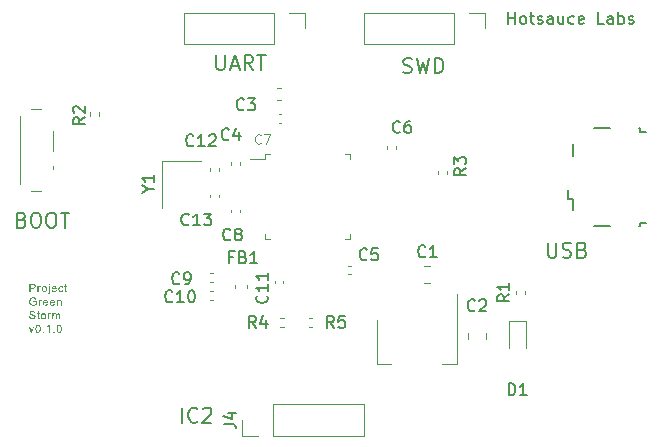
<source format=gbr>
%TF.GenerationSoftware,KiCad,Pcbnew,7.0.10*%
%TF.CreationDate,2024-01-08T00:56:05+00:00*%
%TF.ProjectId,green_storm,67726565-6e5f-4737-946f-726d2e6b6963,0.1*%
%TF.SameCoordinates,Original*%
%TF.FileFunction,Legend,Top*%
%TF.FilePolarity,Positive*%
%FSLAX46Y46*%
G04 Gerber Fmt 4.6, Leading zero omitted, Abs format (unit mm)*
G04 Created by KiCad (PCBNEW 7.0.10) date 2024-01-08 00:56:05*
%MOMM*%
%LPD*%
G01*
G04 APERTURE LIST*
%ADD10C,0.200000*%
%ADD11C,0.150000*%
%ADD12C,0.125000*%
%ADD13C,0.120000*%
G04 APERTURE END LIST*
D10*
X56436197Y-110580623D02*
X56436197Y-109330623D01*
X57745720Y-110461576D02*
X57686196Y-110521100D01*
X57686196Y-110521100D02*
X57507625Y-110580623D01*
X57507625Y-110580623D02*
X57388577Y-110580623D01*
X57388577Y-110580623D02*
X57210006Y-110521100D01*
X57210006Y-110521100D02*
X57090958Y-110402052D01*
X57090958Y-110402052D02*
X57031435Y-110283004D01*
X57031435Y-110283004D02*
X56971911Y-110044909D01*
X56971911Y-110044909D02*
X56971911Y-109866338D01*
X56971911Y-109866338D02*
X57031435Y-109628242D01*
X57031435Y-109628242D02*
X57090958Y-109509195D01*
X57090958Y-109509195D02*
X57210006Y-109390147D01*
X57210006Y-109390147D02*
X57388577Y-109330623D01*
X57388577Y-109330623D02*
X57507625Y-109330623D01*
X57507625Y-109330623D02*
X57686196Y-109390147D01*
X57686196Y-109390147D02*
X57745720Y-109449671D01*
X58221911Y-109449671D02*
X58281435Y-109390147D01*
X58281435Y-109390147D02*
X58400482Y-109330623D01*
X58400482Y-109330623D02*
X58698101Y-109330623D01*
X58698101Y-109330623D02*
X58817149Y-109390147D01*
X58817149Y-109390147D02*
X58876673Y-109449671D01*
X58876673Y-109449671D02*
X58936196Y-109568719D01*
X58936196Y-109568719D02*
X58936196Y-109687766D01*
X58936196Y-109687766D02*
X58876673Y-109866338D01*
X58876673Y-109866338D02*
X58162387Y-110580623D01*
X58162387Y-110580623D02*
X58936196Y-110580623D01*
X42882863Y-93415861D02*
X43061435Y-93475385D01*
X43061435Y-93475385D02*
X43120958Y-93534909D01*
X43120958Y-93534909D02*
X43180482Y-93653957D01*
X43180482Y-93653957D02*
X43180482Y-93832528D01*
X43180482Y-93832528D02*
X43120958Y-93951576D01*
X43120958Y-93951576D02*
X43061435Y-94011100D01*
X43061435Y-94011100D02*
X42942387Y-94070623D01*
X42942387Y-94070623D02*
X42466197Y-94070623D01*
X42466197Y-94070623D02*
X42466197Y-92820623D01*
X42466197Y-92820623D02*
X42882863Y-92820623D01*
X42882863Y-92820623D02*
X43001911Y-92880147D01*
X43001911Y-92880147D02*
X43061435Y-92939671D01*
X43061435Y-92939671D02*
X43120958Y-93058719D01*
X43120958Y-93058719D02*
X43120958Y-93177766D01*
X43120958Y-93177766D02*
X43061435Y-93296814D01*
X43061435Y-93296814D02*
X43001911Y-93356338D01*
X43001911Y-93356338D02*
X42882863Y-93415861D01*
X42882863Y-93415861D02*
X42466197Y-93415861D01*
X43954292Y-92820623D02*
X44192387Y-92820623D01*
X44192387Y-92820623D02*
X44311435Y-92880147D01*
X44311435Y-92880147D02*
X44430482Y-92999195D01*
X44430482Y-92999195D02*
X44490006Y-93237290D01*
X44490006Y-93237290D02*
X44490006Y-93653957D01*
X44490006Y-93653957D02*
X44430482Y-93892052D01*
X44430482Y-93892052D02*
X44311435Y-94011100D01*
X44311435Y-94011100D02*
X44192387Y-94070623D01*
X44192387Y-94070623D02*
X43954292Y-94070623D01*
X43954292Y-94070623D02*
X43835244Y-94011100D01*
X43835244Y-94011100D02*
X43716197Y-93892052D01*
X43716197Y-93892052D02*
X43656673Y-93653957D01*
X43656673Y-93653957D02*
X43656673Y-93237290D01*
X43656673Y-93237290D02*
X43716197Y-92999195D01*
X43716197Y-92999195D02*
X43835244Y-92880147D01*
X43835244Y-92880147D02*
X43954292Y-92820623D01*
X45263816Y-92820623D02*
X45501911Y-92820623D01*
X45501911Y-92820623D02*
X45620959Y-92880147D01*
X45620959Y-92880147D02*
X45740006Y-92999195D01*
X45740006Y-92999195D02*
X45799530Y-93237290D01*
X45799530Y-93237290D02*
X45799530Y-93653957D01*
X45799530Y-93653957D02*
X45740006Y-93892052D01*
X45740006Y-93892052D02*
X45620959Y-94011100D01*
X45620959Y-94011100D02*
X45501911Y-94070623D01*
X45501911Y-94070623D02*
X45263816Y-94070623D01*
X45263816Y-94070623D02*
X45144768Y-94011100D01*
X45144768Y-94011100D02*
X45025721Y-93892052D01*
X45025721Y-93892052D02*
X44966197Y-93653957D01*
X44966197Y-93653957D02*
X44966197Y-93237290D01*
X44966197Y-93237290D02*
X45025721Y-92999195D01*
X45025721Y-92999195D02*
X45144768Y-92880147D01*
X45144768Y-92880147D02*
X45263816Y-92820623D01*
X46156673Y-92820623D02*
X46870959Y-92820623D01*
X46513816Y-94070623D02*
X46513816Y-92820623D01*
X87424197Y-95360623D02*
X87424197Y-96372528D01*
X87424197Y-96372528D02*
X87483720Y-96491576D01*
X87483720Y-96491576D02*
X87543244Y-96551100D01*
X87543244Y-96551100D02*
X87662292Y-96610623D01*
X87662292Y-96610623D02*
X87900387Y-96610623D01*
X87900387Y-96610623D02*
X88019435Y-96551100D01*
X88019435Y-96551100D02*
X88078958Y-96491576D01*
X88078958Y-96491576D02*
X88138482Y-96372528D01*
X88138482Y-96372528D02*
X88138482Y-95360623D01*
X88674197Y-96551100D02*
X88852768Y-96610623D01*
X88852768Y-96610623D02*
X89150387Y-96610623D01*
X89150387Y-96610623D02*
X89269435Y-96551100D01*
X89269435Y-96551100D02*
X89328959Y-96491576D01*
X89328959Y-96491576D02*
X89388482Y-96372528D01*
X89388482Y-96372528D02*
X89388482Y-96253480D01*
X89388482Y-96253480D02*
X89328959Y-96134433D01*
X89328959Y-96134433D02*
X89269435Y-96074909D01*
X89269435Y-96074909D02*
X89150387Y-96015385D01*
X89150387Y-96015385D02*
X88912292Y-95955861D01*
X88912292Y-95955861D02*
X88793244Y-95896338D01*
X88793244Y-95896338D02*
X88733721Y-95836814D01*
X88733721Y-95836814D02*
X88674197Y-95717766D01*
X88674197Y-95717766D02*
X88674197Y-95598719D01*
X88674197Y-95598719D02*
X88733721Y-95479671D01*
X88733721Y-95479671D02*
X88793244Y-95420147D01*
X88793244Y-95420147D02*
X88912292Y-95360623D01*
X88912292Y-95360623D02*
X89209911Y-95360623D01*
X89209911Y-95360623D02*
X89388482Y-95420147D01*
X90340863Y-95955861D02*
X90519435Y-96015385D01*
X90519435Y-96015385D02*
X90578958Y-96074909D01*
X90578958Y-96074909D02*
X90638482Y-96193957D01*
X90638482Y-96193957D02*
X90638482Y-96372528D01*
X90638482Y-96372528D02*
X90578958Y-96491576D01*
X90578958Y-96491576D02*
X90519435Y-96551100D01*
X90519435Y-96551100D02*
X90400387Y-96610623D01*
X90400387Y-96610623D02*
X89924197Y-96610623D01*
X89924197Y-96610623D02*
X89924197Y-95360623D01*
X89924197Y-95360623D02*
X90340863Y-95360623D01*
X90340863Y-95360623D02*
X90459911Y-95420147D01*
X90459911Y-95420147D02*
X90519435Y-95479671D01*
X90519435Y-95479671D02*
X90578958Y-95598719D01*
X90578958Y-95598719D02*
X90578958Y-95717766D01*
X90578958Y-95717766D02*
X90519435Y-95836814D01*
X90519435Y-95836814D02*
X90459911Y-95896338D01*
X90459911Y-95896338D02*
X90340863Y-95955861D01*
X90340863Y-95955861D02*
X89924197Y-95955861D01*
X59357197Y-79485623D02*
X59357197Y-80497528D01*
X59357197Y-80497528D02*
X59416720Y-80616576D01*
X59416720Y-80616576D02*
X59476244Y-80676100D01*
X59476244Y-80676100D02*
X59595292Y-80735623D01*
X59595292Y-80735623D02*
X59833387Y-80735623D01*
X59833387Y-80735623D02*
X59952435Y-80676100D01*
X59952435Y-80676100D02*
X60011958Y-80616576D01*
X60011958Y-80616576D02*
X60071482Y-80497528D01*
X60071482Y-80497528D02*
X60071482Y-79485623D01*
X60607197Y-80378480D02*
X61202435Y-80378480D01*
X60488149Y-80735623D02*
X60904816Y-79485623D01*
X60904816Y-79485623D02*
X61321482Y-80735623D01*
X62452435Y-80735623D02*
X62035769Y-80140385D01*
X61738150Y-80735623D02*
X61738150Y-79485623D01*
X61738150Y-79485623D02*
X62214340Y-79485623D01*
X62214340Y-79485623D02*
X62333388Y-79545147D01*
X62333388Y-79545147D02*
X62392911Y-79604671D01*
X62392911Y-79604671D02*
X62452435Y-79723719D01*
X62452435Y-79723719D02*
X62452435Y-79902290D01*
X62452435Y-79902290D02*
X62392911Y-80021338D01*
X62392911Y-80021338D02*
X62333388Y-80080861D01*
X62333388Y-80080861D02*
X62214340Y-80140385D01*
X62214340Y-80140385D02*
X61738150Y-80140385D01*
X62809578Y-79485623D02*
X63523864Y-79485623D01*
X63166721Y-80735623D02*
X63166721Y-79485623D01*
X84062673Y-76829219D02*
X84062673Y-75829219D01*
X84062673Y-76305409D02*
X84634101Y-76305409D01*
X84634101Y-76829219D02*
X84634101Y-75829219D01*
X85253149Y-76829219D02*
X85157911Y-76781600D01*
X85157911Y-76781600D02*
X85110292Y-76733980D01*
X85110292Y-76733980D02*
X85062673Y-76638742D01*
X85062673Y-76638742D02*
X85062673Y-76353028D01*
X85062673Y-76353028D02*
X85110292Y-76257790D01*
X85110292Y-76257790D02*
X85157911Y-76210171D01*
X85157911Y-76210171D02*
X85253149Y-76162552D01*
X85253149Y-76162552D02*
X85396006Y-76162552D01*
X85396006Y-76162552D02*
X85491244Y-76210171D01*
X85491244Y-76210171D02*
X85538863Y-76257790D01*
X85538863Y-76257790D02*
X85586482Y-76353028D01*
X85586482Y-76353028D02*
X85586482Y-76638742D01*
X85586482Y-76638742D02*
X85538863Y-76733980D01*
X85538863Y-76733980D02*
X85491244Y-76781600D01*
X85491244Y-76781600D02*
X85396006Y-76829219D01*
X85396006Y-76829219D02*
X85253149Y-76829219D01*
X85872197Y-76162552D02*
X86253149Y-76162552D01*
X86015054Y-75829219D02*
X86015054Y-76686361D01*
X86015054Y-76686361D02*
X86062673Y-76781600D01*
X86062673Y-76781600D02*
X86157911Y-76829219D01*
X86157911Y-76829219D02*
X86253149Y-76829219D01*
X86538864Y-76781600D02*
X86634102Y-76829219D01*
X86634102Y-76829219D02*
X86824578Y-76829219D01*
X86824578Y-76829219D02*
X86919816Y-76781600D01*
X86919816Y-76781600D02*
X86967435Y-76686361D01*
X86967435Y-76686361D02*
X86967435Y-76638742D01*
X86967435Y-76638742D02*
X86919816Y-76543504D01*
X86919816Y-76543504D02*
X86824578Y-76495885D01*
X86824578Y-76495885D02*
X86681721Y-76495885D01*
X86681721Y-76495885D02*
X86586483Y-76448266D01*
X86586483Y-76448266D02*
X86538864Y-76353028D01*
X86538864Y-76353028D02*
X86538864Y-76305409D01*
X86538864Y-76305409D02*
X86586483Y-76210171D01*
X86586483Y-76210171D02*
X86681721Y-76162552D01*
X86681721Y-76162552D02*
X86824578Y-76162552D01*
X86824578Y-76162552D02*
X86919816Y-76210171D01*
X87824578Y-76829219D02*
X87824578Y-76305409D01*
X87824578Y-76305409D02*
X87776959Y-76210171D01*
X87776959Y-76210171D02*
X87681721Y-76162552D01*
X87681721Y-76162552D02*
X87491245Y-76162552D01*
X87491245Y-76162552D02*
X87396007Y-76210171D01*
X87824578Y-76781600D02*
X87729340Y-76829219D01*
X87729340Y-76829219D02*
X87491245Y-76829219D01*
X87491245Y-76829219D02*
X87396007Y-76781600D01*
X87396007Y-76781600D02*
X87348388Y-76686361D01*
X87348388Y-76686361D02*
X87348388Y-76591123D01*
X87348388Y-76591123D02*
X87396007Y-76495885D01*
X87396007Y-76495885D02*
X87491245Y-76448266D01*
X87491245Y-76448266D02*
X87729340Y-76448266D01*
X87729340Y-76448266D02*
X87824578Y-76400647D01*
X88729340Y-76162552D02*
X88729340Y-76829219D01*
X88300769Y-76162552D02*
X88300769Y-76686361D01*
X88300769Y-76686361D02*
X88348388Y-76781600D01*
X88348388Y-76781600D02*
X88443626Y-76829219D01*
X88443626Y-76829219D02*
X88586483Y-76829219D01*
X88586483Y-76829219D02*
X88681721Y-76781600D01*
X88681721Y-76781600D02*
X88729340Y-76733980D01*
X89634102Y-76781600D02*
X89538864Y-76829219D01*
X89538864Y-76829219D02*
X89348388Y-76829219D01*
X89348388Y-76829219D02*
X89253150Y-76781600D01*
X89253150Y-76781600D02*
X89205531Y-76733980D01*
X89205531Y-76733980D02*
X89157912Y-76638742D01*
X89157912Y-76638742D02*
X89157912Y-76353028D01*
X89157912Y-76353028D02*
X89205531Y-76257790D01*
X89205531Y-76257790D02*
X89253150Y-76210171D01*
X89253150Y-76210171D02*
X89348388Y-76162552D01*
X89348388Y-76162552D02*
X89538864Y-76162552D01*
X89538864Y-76162552D02*
X89634102Y-76210171D01*
X90443626Y-76781600D02*
X90348388Y-76829219D01*
X90348388Y-76829219D02*
X90157912Y-76829219D01*
X90157912Y-76829219D02*
X90062674Y-76781600D01*
X90062674Y-76781600D02*
X90015055Y-76686361D01*
X90015055Y-76686361D02*
X90015055Y-76305409D01*
X90015055Y-76305409D02*
X90062674Y-76210171D01*
X90062674Y-76210171D02*
X90157912Y-76162552D01*
X90157912Y-76162552D02*
X90348388Y-76162552D01*
X90348388Y-76162552D02*
X90443626Y-76210171D01*
X90443626Y-76210171D02*
X90491245Y-76305409D01*
X90491245Y-76305409D02*
X90491245Y-76400647D01*
X90491245Y-76400647D02*
X90015055Y-76495885D01*
X92157912Y-76829219D02*
X91681722Y-76829219D01*
X91681722Y-76829219D02*
X91681722Y-75829219D01*
X92919817Y-76829219D02*
X92919817Y-76305409D01*
X92919817Y-76305409D02*
X92872198Y-76210171D01*
X92872198Y-76210171D02*
X92776960Y-76162552D01*
X92776960Y-76162552D02*
X92586484Y-76162552D01*
X92586484Y-76162552D02*
X92491246Y-76210171D01*
X92919817Y-76781600D02*
X92824579Y-76829219D01*
X92824579Y-76829219D02*
X92586484Y-76829219D01*
X92586484Y-76829219D02*
X92491246Y-76781600D01*
X92491246Y-76781600D02*
X92443627Y-76686361D01*
X92443627Y-76686361D02*
X92443627Y-76591123D01*
X92443627Y-76591123D02*
X92491246Y-76495885D01*
X92491246Y-76495885D02*
X92586484Y-76448266D01*
X92586484Y-76448266D02*
X92824579Y-76448266D01*
X92824579Y-76448266D02*
X92919817Y-76400647D01*
X93396008Y-76829219D02*
X93396008Y-75829219D01*
X93396008Y-76210171D02*
X93491246Y-76162552D01*
X93491246Y-76162552D02*
X93681722Y-76162552D01*
X93681722Y-76162552D02*
X93776960Y-76210171D01*
X93776960Y-76210171D02*
X93824579Y-76257790D01*
X93824579Y-76257790D02*
X93872198Y-76353028D01*
X93872198Y-76353028D02*
X93872198Y-76638742D01*
X93872198Y-76638742D02*
X93824579Y-76733980D01*
X93824579Y-76733980D02*
X93776960Y-76781600D01*
X93776960Y-76781600D02*
X93681722Y-76829219D01*
X93681722Y-76829219D02*
X93491246Y-76829219D01*
X93491246Y-76829219D02*
X93396008Y-76781600D01*
X94253151Y-76781600D02*
X94348389Y-76829219D01*
X94348389Y-76829219D02*
X94538865Y-76829219D01*
X94538865Y-76829219D02*
X94634103Y-76781600D01*
X94634103Y-76781600D02*
X94681722Y-76686361D01*
X94681722Y-76686361D02*
X94681722Y-76638742D01*
X94681722Y-76638742D02*
X94634103Y-76543504D01*
X94634103Y-76543504D02*
X94538865Y-76495885D01*
X94538865Y-76495885D02*
X94396008Y-76495885D01*
X94396008Y-76495885D02*
X94300770Y-76448266D01*
X94300770Y-76448266D02*
X94253151Y-76353028D01*
X94253151Y-76353028D02*
X94253151Y-76305409D01*
X94253151Y-76305409D02*
X94300770Y-76210171D01*
X94300770Y-76210171D02*
X94396008Y-76162552D01*
X94396008Y-76162552D02*
X94538865Y-76162552D01*
X94538865Y-76162552D02*
X94634103Y-76210171D01*
X75172673Y-80930100D02*
X75351244Y-80989623D01*
X75351244Y-80989623D02*
X75648863Y-80989623D01*
X75648863Y-80989623D02*
X75767911Y-80930100D01*
X75767911Y-80930100D02*
X75827435Y-80870576D01*
X75827435Y-80870576D02*
X75886958Y-80751528D01*
X75886958Y-80751528D02*
X75886958Y-80632480D01*
X75886958Y-80632480D02*
X75827435Y-80513433D01*
X75827435Y-80513433D02*
X75767911Y-80453909D01*
X75767911Y-80453909D02*
X75648863Y-80394385D01*
X75648863Y-80394385D02*
X75410768Y-80334861D01*
X75410768Y-80334861D02*
X75291720Y-80275338D01*
X75291720Y-80275338D02*
X75232197Y-80215814D01*
X75232197Y-80215814D02*
X75172673Y-80096766D01*
X75172673Y-80096766D02*
X75172673Y-79977719D01*
X75172673Y-79977719D02*
X75232197Y-79858671D01*
X75232197Y-79858671D02*
X75291720Y-79799147D01*
X75291720Y-79799147D02*
X75410768Y-79739623D01*
X75410768Y-79739623D02*
X75708387Y-79739623D01*
X75708387Y-79739623D02*
X75886958Y-79799147D01*
X76303625Y-79739623D02*
X76601244Y-80989623D01*
X76601244Y-80989623D02*
X76839339Y-80096766D01*
X76839339Y-80096766D02*
X77077434Y-80989623D01*
X77077434Y-80989623D02*
X77375054Y-79739623D01*
X77851244Y-80989623D02*
X77851244Y-79739623D01*
X77851244Y-79739623D02*
X78148863Y-79739623D01*
X78148863Y-79739623D02*
X78327434Y-79799147D01*
X78327434Y-79799147D02*
X78446482Y-79918195D01*
X78446482Y-79918195D02*
X78506005Y-80037242D01*
X78506005Y-80037242D02*
X78565529Y-80275338D01*
X78565529Y-80275338D02*
X78565529Y-80453909D01*
X78565529Y-80453909D02*
X78506005Y-80692004D01*
X78506005Y-80692004D02*
X78446482Y-80811052D01*
X78446482Y-80811052D02*
X78327434Y-80930100D01*
X78327434Y-80930100D02*
X78148863Y-80989623D01*
X78148863Y-80989623D02*
X77851244Y-80989623D01*
D11*
X59989819Y-110696333D02*
X60704104Y-110696333D01*
X60704104Y-110696333D02*
X60846961Y-110743952D01*
X60846961Y-110743952D02*
X60942200Y-110839190D01*
X60942200Y-110839190D02*
X60989819Y-110982047D01*
X60989819Y-110982047D02*
X60989819Y-111077285D01*
X60323152Y-109791571D02*
X60989819Y-109791571D01*
X59942200Y-110029666D02*
X60656485Y-110267761D01*
X60656485Y-110267761D02*
X60656485Y-109648714D01*
X63605580Y-99829857D02*
X63653200Y-99877476D01*
X63653200Y-99877476D02*
X63700819Y-100020333D01*
X63700819Y-100020333D02*
X63700819Y-100115571D01*
X63700819Y-100115571D02*
X63653200Y-100258428D01*
X63653200Y-100258428D02*
X63557961Y-100353666D01*
X63557961Y-100353666D02*
X63462723Y-100401285D01*
X63462723Y-100401285D02*
X63272247Y-100448904D01*
X63272247Y-100448904D02*
X63129390Y-100448904D01*
X63129390Y-100448904D02*
X62938914Y-100401285D01*
X62938914Y-100401285D02*
X62843676Y-100353666D01*
X62843676Y-100353666D02*
X62748438Y-100258428D01*
X62748438Y-100258428D02*
X62700819Y-100115571D01*
X62700819Y-100115571D02*
X62700819Y-100020333D01*
X62700819Y-100020333D02*
X62748438Y-99877476D01*
X62748438Y-99877476D02*
X62796057Y-99829857D01*
X63700819Y-98877476D02*
X63700819Y-99448904D01*
X63700819Y-99163190D02*
X62700819Y-99163190D01*
X62700819Y-99163190D02*
X62843676Y-99258428D01*
X62843676Y-99258428D02*
X62938914Y-99353666D01*
X62938914Y-99353666D02*
X62986533Y-99448904D01*
X63700819Y-97925095D02*
X63700819Y-98496523D01*
X63700819Y-98210809D02*
X62700819Y-98210809D01*
X62700819Y-98210809D02*
X62843676Y-98306047D01*
X62843676Y-98306047D02*
X62938914Y-98401285D01*
X62938914Y-98401285D02*
X62986533Y-98496523D01*
X57396142Y-87100580D02*
X57348523Y-87148200D01*
X57348523Y-87148200D02*
X57205666Y-87195819D01*
X57205666Y-87195819D02*
X57110428Y-87195819D01*
X57110428Y-87195819D02*
X56967571Y-87148200D01*
X56967571Y-87148200D02*
X56872333Y-87052961D01*
X56872333Y-87052961D02*
X56824714Y-86957723D01*
X56824714Y-86957723D02*
X56777095Y-86767247D01*
X56777095Y-86767247D02*
X56777095Y-86624390D01*
X56777095Y-86624390D02*
X56824714Y-86433914D01*
X56824714Y-86433914D02*
X56872333Y-86338676D01*
X56872333Y-86338676D02*
X56967571Y-86243438D01*
X56967571Y-86243438D02*
X57110428Y-86195819D01*
X57110428Y-86195819D02*
X57205666Y-86195819D01*
X57205666Y-86195819D02*
X57348523Y-86243438D01*
X57348523Y-86243438D02*
X57396142Y-86291057D01*
X58348523Y-87195819D02*
X57777095Y-87195819D01*
X58062809Y-87195819D02*
X58062809Y-86195819D01*
X58062809Y-86195819D02*
X57967571Y-86338676D01*
X57967571Y-86338676D02*
X57872333Y-86433914D01*
X57872333Y-86433914D02*
X57777095Y-86481533D01*
X58729476Y-86291057D02*
X58777095Y-86243438D01*
X58777095Y-86243438D02*
X58872333Y-86195819D01*
X58872333Y-86195819D02*
X59110428Y-86195819D01*
X59110428Y-86195819D02*
X59205666Y-86243438D01*
X59205666Y-86243438D02*
X59253285Y-86291057D01*
X59253285Y-86291057D02*
X59300904Y-86386295D01*
X59300904Y-86386295D02*
X59300904Y-86481533D01*
X59300904Y-86481533D02*
X59253285Y-86624390D01*
X59253285Y-86624390D02*
X58681857Y-87195819D01*
X58681857Y-87195819D02*
X59300904Y-87195819D01*
X84097905Y-108277819D02*
X84097905Y-107277819D01*
X84097905Y-107277819D02*
X84336000Y-107277819D01*
X84336000Y-107277819D02*
X84478857Y-107325438D01*
X84478857Y-107325438D02*
X84574095Y-107420676D01*
X84574095Y-107420676D02*
X84621714Y-107515914D01*
X84621714Y-107515914D02*
X84669333Y-107706390D01*
X84669333Y-107706390D02*
X84669333Y-107849247D01*
X84669333Y-107849247D02*
X84621714Y-108039723D01*
X84621714Y-108039723D02*
X84574095Y-108134961D01*
X84574095Y-108134961D02*
X84478857Y-108230200D01*
X84478857Y-108230200D02*
X84336000Y-108277819D01*
X84336000Y-108277819D02*
X84097905Y-108277819D01*
X85621714Y-108277819D02*
X85050286Y-108277819D01*
X85336000Y-108277819D02*
X85336000Y-107277819D01*
X85336000Y-107277819D02*
X85240762Y-107420676D01*
X85240762Y-107420676D02*
X85145524Y-107515914D01*
X85145524Y-107515914D02*
X85050286Y-107563533D01*
X81240333Y-101070580D02*
X81192714Y-101118200D01*
X81192714Y-101118200D02*
X81049857Y-101165819D01*
X81049857Y-101165819D02*
X80954619Y-101165819D01*
X80954619Y-101165819D02*
X80811762Y-101118200D01*
X80811762Y-101118200D02*
X80716524Y-101022961D01*
X80716524Y-101022961D02*
X80668905Y-100927723D01*
X80668905Y-100927723D02*
X80621286Y-100737247D01*
X80621286Y-100737247D02*
X80621286Y-100594390D01*
X80621286Y-100594390D02*
X80668905Y-100403914D01*
X80668905Y-100403914D02*
X80716524Y-100308676D01*
X80716524Y-100308676D02*
X80811762Y-100213438D01*
X80811762Y-100213438D02*
X80954619Y-100165819D01*
X80954619Y-100165819D02*
X81049857Y-100165819D01*
X81049857Y-100165819D02*
X81192714Y-100213438D01*
X81192714Y-100213438D02*
X81240333Y-100261057D01*
X81621286Y-100261057D02*
X81668905Y-100213438D01*
X81668905Y-100213438D02*
X81764143Y-100165819D01*
X81764143Y-100165819D02*
X82002238Y-100165819D01*
X82002238Y-100165819D02*
X82097476Y-100213438D01*
X82097476Y-100213438D02*
X82145095Y-100261057D01*
X82145095Y-100261057D02*
X82192714Y-100356295D01*
X82192714Y-100356295D02*
X82192714Y-100451533D01*
X82192714Y-100451533D02*
X82145095Y-100594390D01*
X82145095Y-100594390D02*
X81573667Y-101165819D01*
X81573667Y-101165819D02*
X82192714Y-101165819D01*
X80464819Y-89066666D02*
X79988628Y-89399999D01*
X80464819Y-89638094D02*
X79464819Y-89638094D01*
X79464819Y-89638094D02*
X79464819Y-89257142D01*
X79464819Y-89257142D02*
X79512438Y-89161904D01*
X79512438Y-89161904D02*
X79560057Y-89114285D01*
X79560057Y-89114285D02*
X79655295Y-89066666D01*
X79655295Y-89066666D02*
X79798152Y-89066666D01*
X79798152Y-89066666D02*
X79893390Y-89114285D01*
X79893390Y-89114285D02*
X79941009Y-89161904D01*
X79941009Y-89161904D02*
X79988628Y-89257142D01*
X79988628Y-89257142D02*
X79988628Y-89638094D01*
X79464819Y-88733332D02*
X79464819Y-88114285D01*
X79464819Y-88114285D02*
X79845771Y-88447618D01*
X79845771Y-88447618D02*
X79845771Y-88304761D01*
X79845771Y-88304761D02*
X79893390Y-88209523D01*
X79893390Y-88209523D02*
X79941009Y-88161904D01*
X79941009Y-88161904D02*
X80036247Y-88114285D01*
X80036247Y-88114285D02*
X80274342Y-88114285D01*
X80274342Y-88114285D02*
X80369580Y-88161904D01*
X80369580Y-88161904D02*
X80417200Y-88209523D01*
X80417200Y-88209523D02*
X80464819Y-88304761D01*
X80464819Y-88304761D02*
X80464819Y-88590475D01*
X80464819Y-88590475D02*
X80417200Y-88685713D01*
X80417200Y-88685713D02*
X80369580Y-88733332D01*
X72096333Y-96752580D02*
X72048714Y-96800200D01*
X72048714Y-96800200D02*
X71905857Y-96847819D01*
X71905857Y-96847819D02*
X71810619Y-96847819D01*
X71810619Y-96847819D02*
X71667762Y-96800200D01*
X71667762Y-96800200D02*
X71572524Y-96704961D01*
X71572524Y-96704961D02*
X71524905Y-96609723D01*
X71524905Y-96609723D02*
X71477286Y-96419247D01*
X71477286Y-96419247D02*
X71477286Y-96276390D01*
X71477286Y-96276390D02*
X71524905Y-96085914D01*
X71524905Y-96085914D02*
X71572524Y-95990676D01*
X71572524Y-95990676D02*
X71667762Y-95895438D01*
X71667762Y-95895438D02*
X71810619Y-95847819D01*
X71810619Y-95847819D02*
X71905857Y-95847819D01*
X71905857Y-95847819D02*
X72048714Y-95895438D01*
X72048714Y-95895438D02*
X72096333Y-95943057D01*
X73001095Y-95847819D02*
X72524905Y-95847819D01*
X72524905Y-95847819D02*
X72477286Y-96324009D01*
X72477286Y-96324009D02*
X72524905Y-96276390D01*
X72524905Y-96276390D02*
X72620143Y-96228771D01*
X72620143Y-96228771D02*
X72858238Y-96228771D01*
X72858238Y-96228771D02*
X72953476Y-96276390D01*
X72953476Y-96276390D02*
X73001095Y-96324009D01*
X73001095Y-96324009D02*
X73048714Y-96419247D01*
X73048714Y-96419247D02*
X73048714Y-96657342D01*
X73048714Y-96657342D02*
X73001095Y-96752580D01*
X73001095Y-96752580D02*
X72953476Y-96800200D01*
X72953476Y-96800200D02*
X72858238Y-96847819D01*
X72858238Y-96847819D02*
X72620143Y-96847819D01*
X72620143Y-96847819D02*
X72524905Y-96800200D01*
X72524905Y-96800200D02*
X72477286Y-96752580D01*
X48206819Y-84748666D02*
X47730628Y-85081999D01*
X48206819Y-85320094D02*
X47206819Y-85320094D01*
X47206819Y-85320094D02*
X47206819Y-84939142D01*
X47206819Y-84939142D02*
X47254438Y-84843904D01*
X47254438Y-84843904D02*
X47302057Y-84796285D01*
X47302057Y-84796285D02*
X47397295Y-84748666D01*
X47397295Y-84748666D02*
X47540152Y-84748666D01*
X47540152Y-84748666D02*
X47635390Y-84796285D01*
X47635390Y-84796285D02*
X47683009Y-84843904D01*
X47683009Y-84843904D02*
X47730628Y-84939142D01*
X47730628Y-84939142D02*
X47730628Y-85320094D01*
X47302057Y-84367713D02*
X47254438Y-84320094D01*
X47254438Y-84320094D02*
X47206819Y-84224856D01*
X47206819Y-84224856D02*
X47206819Y-83986761D01*
X47206819Y-83986761D02*
X47254438Y-83891523D01*
X47254438Y-83891523D02*
X47302057Y-83843904D01*
X47302057Y-83843904D02*
X47397295Y-83796285D01*
X47397295Y-83796285D02*
X47492533Y-83796285D01*
X47492533Y-83796285D02*
X47635390Y-83843904D01*
X47635390Y-83843904D02*
X48206819Y-84415332D01*
X48206819Y-84415332D02*
X48206819Y-83796285D01*
X61682333Y-84052580D02*
X61634714Y-84100200D01*
X61634714Y-84100200D02*
X61491857Y-84147819D01*
X61491857Y-84147819D02*
X61396619Y-84147819D01*
X61396619Y-84147819D02*
X61253762Y-84100200D01*
X61253762Y-84100200D02*
X61158524Y-84004961D01*
X61158524Y-84004961D02*
X61110905Y-83909723D01*
X61110905Y-83909723D02*
X61063286Y-83719247D01*
X61063286Y-83719247D02*
X61063286Y-83576390D01*
X61063286Y-83576390D02*
X61110905Y-83385914D01*
X61110905Y-83385914D02*
X61158524Y-83290676D01*
X61158524Y-83290676D02*
X61253762Y-83195438D01*
X61253762Y-83195438D02*
X61396619Y-83147819D01*
X61396619Y-83147819D02*
X61491857Y-83147819D01*
X61491857Y-83147819D02*
X61634714Y-83195438D01*
X61634714Y-83195438D02*
X61682333Y-83243057D01*
X62015667Y-83147819D02*
X62634714Y-83147819D01*
X62634714Y-83147819D02*
X62301381Y-83528771D01*
X62301381Y-83528771D02*
X62444238Y-83528771D01*
X62444238Y-83528771D02*
X62539476Y-83576390D01*
X62539476Y-83576390D02*
X62587095Y-83624009D01*
X62587095Y-83624009D02*
X62634714Y-83719247D01*
X62634714Y-83719247D02*
X62634714Y-83957342D01*
X62634714Y-83957342D02*
X62587095Y-84052580D01*
X62587095Y-84052580D02*
X62539476Y-84100200D01*
X62539476Y-84100200D02*
X62444238Y-84147819D01*
X62444238Y-84147819D02*
X62158524Y-84147819D01*
X62158524Y-84147819D02*
X62063286Y-84100200D01*
X62063286Y-84100200D02*
X62015667Y-84052580D01*
X69302333Y-102562819D02*
X68969000Y-102086628D01*
X68730905Y-102562819D02*
X68730905Y-101562819D01*
X68730905Y-101562819D02*
X69111857Y-101562819D01*
X69111857Y-101562819D02*
X69207095Y-101610438D01*
X69207095Y-101610438D02*
X69254714Y-101658057D01*
X69254714Y-101658057D02*
X69302333Y-101753295D01*
X69302333Y-101753295D02*
X69302333Y-101896152D01*
X69302333Y-101896152D02*
X69254714Y-101991390D01*
X69254714Y-101991390D02*
X69207095Y-102039009D01*
X69207095Y-102039009D02*
X69111857Y-102086628D01*
X69111857Y-102086628D02*
X68730905Y-102086628D01*
X70207095Y-101562819D02*
X69730905Y-101562819D01*
X69730905Y-101562819D02*
X69683286Y-102039009D01*
X69683286Y-102039009D02*
X69730905Y-101991390D01*
X69730905Y-101991390D02*
X69826143Y-101943771D01*
X69826143Y-101943771D02*
X70064238Y-101943771D01*
X70064238Y-101943771D02*
X70159476Y-101991390D01*
X70159476Y-101991390D02*
X70207095Y-102039009D01*
X70207095Y-102039009D02*
X70254714Y-102134247D01*
X70254714Y-102134247D02*
X70254714Y-102372342D01*
X70254714Y-102372342D02*
X70207095Y-102467580D01*
X70207095Y-102467580D02*
X70159476Y-102515200D01*
X70159476Y-102515200D02*
X70064238Y-102562819D01*
X70064238Y-102562819D02*
X69826143Y-102562819D01*
X69826143Y-102562819D02*
X69730905Y-102515200D01*
X69730905Y-102515200D02*
X69683286Y-102467580D01*
X55618142Y-100308580D02*
X55570523Y-100356200D01*
X55570523Y-100356200D02*
X55427666Y-100403819D01*
X55427666Y-100403819D02*
X55332428Y-100403819D01*
X55332428Y-100403819D02*
X55189571Y-100356200D01*
X55189571Y-100356200D02*
X55094333Y-100260961D01*
X55094333Y-100260961D02*
X55046714Y-100165723D01*
X55046714Y-100165723D02*
X54999095Y-99975247D01*
X54999095Y-99975247D02*
X54999095Y-99832390D01*
X54999095Y-99832390D02*
X55046714Y-99641914D01*
X55046714Y-99641914D02*
X55094333Y-99546676D01*
X55094333Y-99546676D02*
X55189571Y-99451438D01*
X55189571Y-99451438D02*
X55332428Y-99403819D01*
X55332428Y-99403819D02*
X55427666Y-99403819D01*
X55427666Y-99403819D02*
X55570523Y-99451438D01*
X55570523Y-99451438D02*
X55618142Y-99499057D01*
X56570523Y-100403819D02*
X55999095Y-100403819D01*
X56284809Y-100403819D02*
X56284809Y-99403819D01*
X56284809Y-99403819D02*
X56189571Y-99546676D01*
X56189571Y-99546676D02*
X56094333Y-99641914D01*
X56094333Y-99641914D02*
X55999095Y-99689533D01*
X57189571Y-99403819D02*
X57284809Y-99403819D01*
X57284809Y-99403819D02*
X57380047Y-99451438D01*
X57380047Y-99451438D02*
X57427666Y-99499057D01*
X57427666Y-99499057D02*
X57475285Y-99594295D01*
X57475285Y-99594295D02*
X57522904Y-99784771D01*
X57522904Y-99784771D02*
X57522904Y-100022866D01*
X57522904Y-100022866D02*
X57475285Y-100213342D01*
X57475285Y-100213342D02*
X57427666Y-100308580D01*
X57427666Y-100308580D02*
X57380047Y-100356200D01*
X57380047Y-100356200D02*
X57284809Y-100403819D01*
X57284809Y-100403819D02*
X57189571Y-100403819D01*
X57189571Y-100403819D02*
X57094333Y-100356200D01*
X57094333Y-100356200D02*
X57046714Y-100308580D01*
X57046714Y-100308580D02*
X56999095Y-100213342D01*
X56999095Y-100213342D02*
X56951476Y-100022866D01*
X56951476Y-100022866D02*
X56951476Y-99784771D01*
X56951476Y-99784771D02*
X56999095Y-99594295D01*
X56999095Y-99594295D02*
X57046714Y-99499057D01*
X57046714Y-99499057D02*
X57094333Y-99451438D01*
X57094333Y-99451438D02*
X57189571Y-99403819D01*
X56221333Y-98784580D02*
X56173714Y-98832200D01*
X56173714Y-98832200D02*
X56030857Y-98879819D01*
X56030857Y-98879819D02*
X55935619Y-98879819D01*
X55935619Y-98879819D02*
X55792762Y-98832200D01*
X55792762Y-98832200D02*
X55697524Y-98736961D01*
X55697524Y-98736961D02*
X55649905Y-98641723D01*
X55649905Y-98641723D02*
X55602286Y-98451247D01*
X55602286Y-98451247D02*
X55602286Y-98308390D01*
X55602286Y-98308390D02*
X55649905Y-98117914D01*
X55649905Y-98117914D02*
X55697524Y-98022676D01*
X55697524Y-98022676D02*
X55792762Y-97927438D01*
X55792762Y-97927438D02*
X55935619Y-97879819D01*
X55935619Y-97879819D02*
X56030857Y-97879819D01*
X56030857Y-97879819D02*
X56173714Y-97927438D01*
X56173714Y-97927438D02*
X56221333Y-97975057D01*
X56697524Y-98879819D02*
X56888000Y-98879819D01*
X56888000Y-98879819D02*
X56983238Y-98832200D01*
X56983238Y-98832200D02*
X57030857Y-98784580D01*
X57030857Y-98784580D02*
X57126095Y-98641723D01*
X57126095Y-98641723D02*
X57173714Y-98451247D01*
X57173714Y-98451247D02*
X57173714Y-98070295D01*
X57173714Y-98070295D02*
X57126095Y-97975057D01*
X57126095Y-97975057D02*
X57078476Y-97927438D01*
X57078476Y-97927438D02*
X56983238Y-97879819D01*
X56983238Y-97879819D02*
X56792762Y-97879819D01*
X56792762Y-97879819D02*
X56697524Y-97927438D01*
X56697524Y-97927438D02*
X56649905Y-97975057D01*
X56649905Y-97975057D02*
X56602286Y-98070295D01*
X56602286Y-98070295D02*
X56602286Y-98308390D01*
X56602286Y-98308390D02*
X56649905Y-98403628D01*
X56649905Y-98403628D02*
X56697524Y-98451247D01*
X56697524Y-98451247D02*
X56792762Y-98498866D01*
X56792762Y-98498866D02*
X56983238Y-98498866D01*
X56983238Y-98498866D02*
X57078476Y-98451247D01*
X57078476Y-98451247D02*
X57126095Y-98403628D01*
X57126095Y-98403628D02*
X57173714Y-98308390D01*
X77049333Y-96498580D02*
X77001714Y-96546200D01*
X77001714Y-96546200D02*
X76858857Y-96593819D01*
X76858857Y-96593819D02*
X76763619Y-96593819D01*
X76763619Y-96593819D02*
X76620762Y-96546200D01*
X76620762Y-96546200D02*
X76525524Y-96450961D01*
X76525524Y-96450961D02*
X76477905Y-96355723D01*
X76477905Y-96355723D02*
X76430286Y-96165247D01*
X76430286Y-96165247D02*
X76430286Y-96022390D01*
X76430286Y-96022390D02*
X76477905Y-95831914D01*
X76477905Y-95831914D02*
X76525524Y-95736676D01*
X76525524Y-95736676D02*
X76620762Y-95641438D01*
X76620762Y-95641438D02*
X76763619Y-95593819D01*
X76763619Y-95593819D02*
X76858857Y-95593819D01*
X76858857Y-95593819D02*
X77001714Y-95641438D01*
X77001714Y-95641438D02*
X77049333Y-95689057D01*
X78001714Y-96593819D02*
X77430286Y-96593819D01*
X77716000Y-96593819D02*
X77716000Y-95593819D01*
X77716000Y-95593819D02*
X77620762Y-95736676D01*
X77620762Y-95736676D02*
X77525524Y-95831914D01*
X77525524Y-95831914D02*
X77430286Y-95879533D01*
X74890333Y-85957580D02*
X74842714Y-86005200D01*
X74842714Y-86005200D02*
X74699857Y-86052819D01*
X74699857Y-86052819D02*
X74604619Y-86052819D01*
X74604619Y-86052819D02*
X74461762Y-86005200D01*
X74461762Y-86005200D02*
X74366524Y-85909961D01*
X74366524Y-85909961D02*
X74318905Y-85814723D01*
X74318905Y-85814723D02*
X74271286Y-85624247D01*
X74271286Y-85624247D02*
X74271286Y-85481390D01*
X74271286Y-85481390D02*
X74318905Y-85290914D01*
X74318905Y-85290914D02*
X74366524Y-85195676D01*
X74366524Y-85195676D02*
X74461762Y-85100438D01*
X74461762Y-85100438D02*
X74604619Y-85052819D01*
X74604619Y-85052819D02*
X74699857Y-85052819D01*
X74699857Y-85052819D02*
X74842714Y-85100438D01*
X74842714Y-85100438D02*
X74890333Y-85148057D01*
X75747476Y-85052819D02*
X75557000Y-85052819D01*
X75557000Y-85052819D02*
X75461762Y-85100438D01*
X75461762Y-85100438D02*
X75414143Y-85148057D01*
X75414143Y-85148057D02*
X75318905Y-85290914D01*
X75318905Y-85290914D02*
X75271286Y-85481390D01*
X75271286Y-85481390D02*
X75271286Y-85862342D01*
X75271286Y-85862342D02*
X75318905Y-85957580D01*
X75318905Y-85957580D02*
X75366524Y-86005200D01*
X75366524Y-86005200D02*
X75461762Y-86052819D01*
X75461762Y-86052819D02*
X75652238Y-86052819D01*
X75652238Y-86052819D02*
X75747476Y-86005200D01*
X75747476Y-86005200D02*
X75795095Y-85957580D01*
X75795095Y-85957580D02*
X75842714Y-85862342D01*
X75842714Y-85862342D02*
X75842714Y-85624247D01*
X75842714Y-85624247D02*
X75795095Y-85529009D01*
X75795095Y-85529009D02*
X75747476Y-85481390D01*
X75747476Y-85481390D02*
X75652238Y-85433771D01*
X75652238Y-85433771D02*
X75461762Y-85433771D01*
X75461762Y-85433771D02*
X75366524Y-85481390D01*
X75366524Y-85481390D02*
X75318905Y-85529009D01*
X75318905Y-85529009D02*
X75271286Y-85624247D01*
X62698333Y-102562819D02*
X62365000Y-102086628D01*
X62126905Y-102562819D02*
X62126905Y-101562819D01*
X62126905Y-101562819D02*
X62507857Y-101562819D01*
X62507857Y-101562819D02*
X62603095Y-101610438D01*
X62603095Y-101610438D02*
X62650714Y-101658057D01*
X62650714Y-101658057D02*
X62698333Y-101753295D01*
X62698333Y-101753295D02*
X62698333Y-101896152D01*
X62698333Y-101896152D02*
X62650714Y-101991390D01*
X62650714Y-101991390D02*
X62603095Y-102039009D01*
X62603095Y-102039009D02*
X62507857Y-102086628D01*
X62507857Y-102086628D02*
X62126905Y-102086628D01*
X63555476Y-101896152D02*
X63555476Y-102562819D01*
X63317381Y-101515200D02*
X63079286Y-102229485D01*
X63079286Y-102229485D02*
X63698333Y-102229485D01*
X57015142Y-93803580D02*
X56967523Y-93851200D01*
X56967523Y-93851200D02*
X56824666Y-93898819D01*
X56824666Y-93898819D02*
X56729428Y-93898819D01*
X56729428Y-93898819D02*
X56586571Y-93851200D01*
X56586571Y-93851200D02*
X56491333Y-93755961D01*
X56491333Y-93755961D02*
X56443714Y-93660723D01*
X56443714Y-93660723D02*
X56396095Y-93470247D01*
X56396095Y-93470247D02*
X56396095Y-93327390D01*
X56396095Y-93327390D02*
X56443714Y-93136914D01*
X56443714Y-93136914D02*
X56491333Y-93041676D01*
X56491333Y-93041676D02*
X56586571Y-92946438D01*
X56586571Y-92946438D02*
X56729428Y-92898819D01*
X56729428Y-92898819D02*
X56824666Y-92898819D01*
X56824666Y-92898819D02*
X56967523Y-92946438D01*
X56967523Y-92946438D02*
X57015142Y-92994057D01*
X57967523Y-93898819D02*
X57396095Y-93898819D01*
X57681809Y-93898819D02*
X57681809Y-92898819D01*
X57681809Y-92898819D02*
X57586571Y-93041676D01*
X57586571Y-93041676D02*
X57491333Y-93136914D01*
X57491333Y-93136914D02*
X57396095Y-93184533D01*
X58300857Y-92898819D02*
X58919904Y-92898819D01*
X58919904Y-92898819D02*
X58586571Y-93279771D01*
X58586571Y-93279771D02*
X58729428Y-93279771D01*
X58729428Y-93279771D02*
X58824666Y-93327390D01*
X58824666Y-93327390D02*
X58872285Y-93375009D01*
X58872285Y-93375009D02*
X58919904Y-93470247D01*
X58919904Y-93470247D02*
X58919904Y-93708342D01*
X58919904Y-93708342D02*
X58872285Y-93803580D01*
X58872285Y-93803580D02*
X58824666Y-93851200D01*
X58824666Y-93851200D02*
X58729428Y-93898819D01*
X58729428Y-93898819D02*
X58443714Y-93898819D01*
X58443714Y-93898819D02*
X58348476Y-93851200D01*
X58348476Y-93851200D02*
X58300857Y-93803580D01*
D12*
X63112667Y-86901404D02*
X63074571Y-86939500D01*
X63074571Y-86939500D02*
X62960286Y-86977595D01*
X62960286Y-86977595D02*
X62884095Y-86977595D01*
X62884095Y-86977595D02*
X62769809Y-86939500D01*
X62769809Y-86939500D02*
X62693619Y-86863309D01*
X62693619Y-86863309D02*
X62655524Y-86787119D01*
X62655524Y-86787119D02*
X62617428Y-86634738D01*
X62617428Y-86634738D02*
X62617428Y-86520452D01*
X62617428Y-86520452D02*
X62655524Y-86368071D01*
X62655524Y-86368071D02*
X62693619Y-86291880D01*
X62693619Y-86291880D02*
X62769809Y-86215690D01*
X62769809Y-86215690D02*
X62884095Y-86177595D01*
X62884095Y-86177595D02*
X62960286Y-86177595D01*
X62960286Y-86177595D02*
X63074571Y-86215690D01*
X63074571Y-86215690D02*
X63112667Y-86253785D01*
X63379333Y-86177595D02*
X63912667Y-86177595D01*
X63912667Y-86177595D02*
X63569809Y-86977595D01*
D11*
X60761666Y-96578009D02*
X60428333Y-96578009D01*
X60428333Y-97101819D02*
X60428333Y-96101819D01*
X60428333Y-96101819D02*
X60904523Y-96101819D01*
X61618809Y-96578009D02*
X61761666Y-96625628D01*
X61761666Y-96625628D02*
X61809285Y-96673247D01*
X61809285Y-96673247D02*
X61856904Y-96768485D01*
X61856904Y-96768485D02*
X61856904Y-96911342D01*
X61856904Y-96911342D02*
X61809285Y-97006580D01*
X61809285Y-97006580D02*
X61761666Y-97054200D01*
X61761666Y-97054200D02*
X61666428Y-97101819D01*
X61666428Y-97101819D02*
X61285476Y-97101819D01*
X61285476Y-97101819D02*
X61285476Y-96101819D01*
X61285476Y-96101819D02*
X61618809Y-96101819D01*
X61618809Y-96101819D02*
X61714047Y-96149438D01*
X61714047Y-96149438D02*
X61761666Y-96197057D01*
X61761666Y-96197057D02*
X61809285Y-96292295D01*
X61809285Y-96292295D02*
X61809285Y-96387533D01*
X61809285Y-96387533D02*
X61761666Y-96482771D01*
X61761666Y-96482771D02*
X61714047Y-96530390D01*
X61714047Y-96530390D02*
X61618809Y-96578009D01*
X61618809Y-96578009D02*
X61285476Y-96578009D01*
X62809285Y-97101819D02*
X62237857Y-97101819D01*
X62523571Y-97101819D02*
X62523571Y-96101819D01*
X62523571Y-96101819D02*
X62428333Y-96244676D01*
X62428333Y-96244676D02*
X62333095Y-96339914D01*
X62333095Y-96339914D02*
X62237857Y-96387533D01*
X60539333Y-95073580D02*
X60491714Y-95121200D01*
X60491714Y-95121200D02*
X60348857Y-95168819D01*
X60348857Y-95168819D02*
X60253619Y-95168819D01*
X60253619Y-95168819D02*
X60110762Y-95121200D01*
X60110762Y-95121200D02*
X60015524Y-95025961D01*
X60015524Y-95025961D02*
X59967905Y-94930723D01*
X59967905Y-94930723D02*
X59920286Y-94740247D01*
X59920286Y-94740247D02*
X59920286Y-94597390D01*
X59920286Y-94597390D02*
X59967905Y-94406914D01*
X59967905Y-94406914D02*
X60015524Y-94311676D01*
X60015524Y-94311676D02*
X60110762Y-94216438D01*
X60110762Y-94216438D02*
X60253619Y-94168819D01*
X60253619Y-94168819D02*
X60348857Y-94168819D01*
X60348857Y-94168819D02*
X60491714Y-94216438D01*
X60491714Y-94216438D02*
X60539333Y-94264057D01*
X61110762Y-94597390D02*
X61015524Y-94549771D01*
X61015524Y-94549771D02*
X60967905Y-94502152D01*
X60967905Y-94502152D02*
X60920286Y-94406914D01*
X60920286Y-94406914D02*
X60920286Y-94359295D01*
X60920286Y-94359295D02*
X60967905Y-94264057D01*
X60967905Y-94264057D02*
X61015524Y-94216438D01*
X61015524Y-94216438D02*
X61110762Y-94168819D01*
X61110762Y-94168819D02*
X61301238Y-94168819D01*
X61301238Y-94168819D02*
X61396476Y-94216438D01*
X61396476Y-94216438D02*
X61444095Y-94264057D01*
X61444095Y-94264057D02*
X61491714Y-94359295D01*
X61491714Y-94359295D02*
X61491714Y-94406914D01*
X61491714Y-94406914D02*
X61444095Y-94502152D01*
X61444095Y-94502152D02*
X61396476Y-94549771D01*
X61396476Y-94549771D02*
X61301238Y-94597390D01*
X61301238Y-94597390D02*
X61110762Y-94597390D01*
X61110762Y-94597390D02*
X61015524Y-94645009D01*
X61015524Y-94645009D02*
X60967905Y-94692628D01*
X60967905Y-94692628D02*
X60920286Y-94787866D01*
X60920286Y-94787866D02*
X60920286Y-94978342D01*
X60920286Y-94978342D02*
X60967905Y-95073580D01*
X60967905Y-95073580D02*
X61015524Y-95121200D01*
X61015524Y-95121200D02*
X61110762Y-95168819D01*
X61110762Y-95168819D02*
X61301238Y-95168819D01*
X61301238Y-95168819D02*
X61396476Y-95121200D01*
X61396476Y-95121200D02*
X61444095Y-95073580D01*
X61444095Y-95073580D02*
X61491714Y-94978342D01*
X61491714Y-94978342D02*
X61491714Y-94787866D01*
X61491714Y-94787866D02*
X61444095Y-94692628D01*
X61444095Y-94692628D02*
X61396476Y-94645009D01*
X61396476Y-94645009D02*
X61301238Y-94597390D01*
X53572628Y-90816190D02*
X54048819Y-90816190D01*
X53048819Y-91149523D02*
X53572628Y-90816190D01*
X53572628Y-90816190D02*
X53048819Y-90482857D01*
X54048819Y-89625714D02*
X54048819Y-90197142D01*
X54048819Y-89911428D02*
X53048819Y-89911428D01*
X53048819Y-89911428D02*
X53191676Y-90006666D01*
X53191676Y-90006666D02*
X53286914Y-90101904D01*
X53286914Y-90101904D02*
X53334533Y-90197142D01*
X84147819Y-99734666D02*
X83671628Y-100067999D01*
X84147819Y-100306094D02*
X83147819Y-100306094D01*
X83147819Y-100306094D02*
X83147819Y-99925142D01*
X83147819Y-99925142D02*
X83195438Y-99829904D01*
X83195438Y-99829904D02*
X83243057Y-99782285D01*
X83243057Y-99782285D02*
X83338295Y-99734666D01*
X83338295Y-99734666D02*
X83481152Y-99734666D01*
X83481152Y-99734666D02*
X83576390Y-99782285D01*
X83576390Y-99782285D02*
X83624009Y-99829904D01*
X83624009Y-99829904D02*
X83671628Y-99925142D01*
X83671628Y-99925142D02*
X83671628Y-100306094D01*
X84147819Y-98782285D02*
X84147819Y-99353713D01*
X84147819Y-99067999D02*
X83147819Y-99067999D01*
X83147819Y-99067999D02*
X83290676Y-99163237D01*
X83290676Y-99163237D02*
X83385914Y-99258475D01*
X83385914Y-99258475D02*
X83433533Y-99353713D01*
X60412333Y-86592580D02*
X60364714Y-86640200D01*
X60364714Y-86640200D02*
X60221857Y-86687819D01*
X60221857Y-86687819D02*
X60126619Y-86687819D01*
X60126619Y-86687819D02*
X59983762Y-86640200D01*
X59983762Y-86640200D02*
X59888524Y-86544961D01*
X59888524Y-86544961D02*
X59840905Y-86449723D01*
X59840905Y-86449723D02*
X59793286Y-86259247D01*
X59793286Y-86259247D02*
X59793286Y-86116390D01*
X59793286Y-86116390D02*
X59840905Y-85925914D01*
X59840905Y-85925914D02*
X59888524Y-85830676D01*
X59888524Y-85830676D02*
X59983762Y-85735438D01*
X59983762Y-85735438D02*
X60126619Y-85687819D01*
X60126619Y-85687819D02*
X60221857Y-85687819D01*
X60221857Y-85687819D02*
X60364714Y-85735438D01*
X60364714Y-85735438D02*
X60412333Y-85783057D01*
X61269476Y-86021152D02*
X61269476Y-86687819D01*
X61031381Y-85640200D02*
X60793286Y-86354485D01*
X60793286Y-86354485D02*
X61412333Y-86354485D01*
D13*
%TO.C,J4*%
X64135000Y-109033000D02*
X71815000Y-109033000D01*
X62865000Y-111693000D02*
X61535000Y-111693000D01*
X71815000Y-111693000D02*
X71815000Y-109033000D01*
X64135000Y-111693000D02*
X64135000Y-109033000D01*
X61535000Y-111693000D02*
X61535000Y-110363000D01*
X64135000Y-111693000D02*
X71815000Y-111693000D01*
%TO.C,C11*%
X65003000Y-98571164D02*
X65003000Y-98786836D01*
X64283000Y-98571164D02*
X64283000Y-98786836D01*
%TO.C,C12*%
X58822000Y-89289836D02*
X58822000Y-89074164D01*
X59542000Y-89289836D02*
X59542000Y-89074164D01*
%TO.C,D1*%
X85571000Y-101994500D02*
X84101000Y-101994500D01*
X84101000Y-101994500D02*
X84101000Y-104279500D01*
X85571000Y-104279500D02*
X85571000Y-101994500D01*
%TO.C,C2*%
X80672000Y-103512252D02*
X80672000Y-102989748D01*
X82142000Y-103512252D02*
X82142000Y-102989748D01*
%TO.C,R3*%
X78866000Y-89254359D02*
X78866000Y-89561641D01*
X78106000Y-89254359D02*
X78106000Y-89561641D01*
%TO.C,C5*%
X70719836Y-98023000D02*
X70504164Y-98023000D01*
X70719836Y-97303000D02*
X70504164Y-97303000D01*
%TO.C,R2*%
X48642000Y-84608641D02*
X48642000Y-84301359D01*
X49402000Y-84608641D02*
X49402000Y-84301359D01*
%TO.C,C3*%
X64502420Y-82294000D02*
X64783580Y-82294000D01*
X64502420Y-83314000D02*
X64783580Y-83314000D01*
%TO.C,J3*%
X66852000Y-75886000D02*
X66852000Y-77216000D01*
X65522000Y-75886000D02*
X66852000Y-75886000D01*
X64252000Y-75886000D02*
X56572000Y-75886000D01*
X64252000Y-75886000D02*
X64252000Y-78546000D01*
X56572000Y-75886000D02*
X56572000Y-78546000D01*
X64252000Y-78546000D02*
X56572000Y-78546000D01*
%TO.C,R5*%
X67156359Y-101728000D02*
X67463641Y-101728000D01*
X67156359Y-102488000D02*
X67463641Y-102488000D01*
%TO.C,C10*%
X59063836Y-100182000D02*
X58848164Y-100182000D01*
X59063836Y-99462000D02*
X58848164Y-99462000D01*
%TO.C,C9*%
X59063836Y-98658000D02*
X58848164Y-98658000D01*
X59063836Y-97938000D02*
X58848164Y-97938000D01*
%TO.C,C1*%
X76954748Y-97309000D02*
X77477252Y-97309000D01*
X76954748Y-98779000D02*
X77477252Y-98779000D01*
%TO.C,C6*%
X74528000Y-87169164D02*
X74528000Y-87384836D01*
X73808000Y-87169164D02*
X73808000Y-87384836D01*
D11*
%TO.C,J1*%
X91293000Y-93969000D02*
X92693000Y-93969000D01*
X95093000Y-93969000D02*
X95243000Y-93969000D01*
X95243000Y-93969000D02*
X95243000Y-93669000D01*
X95243000Y-93669000D02*
X95693000Y-93669000D01*
X89118000Y-91619000D02*
X89543000Y-91619000D01*
X89543000Y-91619000D02*
X89543000Y-92619000D01*
X89118000Y-90894000D02*
X89118000Y-91619000D01*
X89543000Y-88019000D02*
X89543000Y-87019000D01*
X95243000Y-85969000D02*
X95243000Y-85669000D01*
X95693000Y-85969000D02*
X95243000Y-85969000D01*
X92693000Y-85669000D02*
X91293000Y-85669000D01*
X95243000Y-85669000D02*
X95093000Y-85669000D01*
D13*
%TO.C,J2*%
X82102000Y-75886000D02*
X82102000Y-77216000D01*
X80772000Y-75886000D02*
X82102000Y-75886000D01*
X79502000Y-75886000D02*
X71822000Y-75886000D01*
X79502000Y-75886000D02*
X79502000Y-78546000D01*
X71822000Y-75886000D02*
X71822000Y-78546000D01*
X79502000Y-78546000D02*
X71822000Y-78546000D01*
%TO.C,R4*%
X65050641Y-102488000D02*
X64743359Y-102488000D01*
X65050641Y-101728000D02*
X64743359Y-101728000D01*
%TO.C,U2*%
X63446000Y-87830000D02*
X63446000Y-88280000D01*
X63446000Y-88280000D02*
X62156000Y-88280000D01*
X63446000Y-95050000D02*
X63446000Y-94600000D01*
X63896000Y-87830000D02*
X63446000Y-87830000D01*
X63896000Y-95050000D02*
X63446000Y-95050000D01*
X70216000Y-87830000D02*
X70666000Y-87830000D01*
X70216000Y-95050000D02*
X70666000Y-95050000D01*
X70666000Y-87830000D02*
X70666000Y-88280000D01*
X70666000Y-95050000D02*
X70666000Y-94600000D01*
%TO.C,C13*%
X58822000Y-91519836D02*
X58822000Y-91304164D01*
X59542000Y-91519836D02*
X59542000Y-91304164D01*
%TO.C,C7*%
X64634164Y-84476000D02*
X64849836Y-84476000D01*
X64634164Y-85196000D02*
X64849836Y-85196000D01*
%TO.C,U1*%
X79737000Y-99659000D02*
X79737000Y-105669000D01*
X72917000Y-101909000D02*
X72917000Y-105669000D01*
X79737000Y-105669000D02*
X78477000Y-105669000D01*
X72917000Y-105669000D02*
X74177000Y-105669000D01*
%TO.C,FB1*%
X61978000Y-98897221D02*
X61978000Y-99222779D01*
X60958000Y-98897221D02*
X60958000Y-99222779D01*
%TO.C,G\u002A\u002A\u002A*%
G36*
X45245000Y-98880000D02*
G01*
X45245000Y-98925000D01*
X45200000Y-98925000D01*
X45155000Y-98925000D01*
X45155000Y-98880000D01*
X45155000Y-98835000D01*
X45200000Y-98835000D01*
X45245000Y-98835000D01*
X45245000Y-98880000D01*
G37*
G36*
X45629583Y-102887052D02*
G01*
X45644810Y-102896242D01*
X45648708Y-102917124D01*
X45646770Y-102941093D01*
X45643039Y-102962142D01*
X45634390Y-102971970D01*
X45614799Y-102974840D01*
X45598905Y-102975000D01*
X45555000Y-102975000D01*
X45555000Y-102930000D01*
X45555000Y-102885000D01*
X45599166Y-102885000D01*
X45629583Y-102887052D01*
G37*
G36*
X44702500Y-102886952D02*
G01*
X44731084Y-102889459D01*
X44744828Y-102894962D01*
X44748855Y-102907691D01*
X44748560Y-102925000D01*
X44747310Y-102950574D01*
X44746166Y-102966642D01*
X44746060Y-102967500D01*
X44736439Y-102971983D01*
X44713337Y-102974664D01*
X44700000Y-102975000D01*
X44655000Y-102975000D01*
X44655000Y-102929452D01*
X44655000Y-102883904D01*
X44702500Y-102886952D01*
G37*
G36*
X45245000Y-102630000D02*
G01*
X45245000Y-102975000D01*
X45200000Y-102975000D01*
X45155000Y-102975000D01*
X45155000Y-102709519D01*
X45155000Y-102444039D01*
X45112500Y-102473113D01*
X45072528Y-102498834D01*
X45036251Y-102519251D01*
X45008206Y-102531964D01*
X44995496Y-102535000D01*
X44988750Y-102526167D01*
X44985173Y-102504266D01*
X44985000Y-102497482D01*
X44986723Y-102474178D01*
X44995006Y-102458663D01*
X45014515Y-102444597D01*
X45030304Y-102435931D01*
X45058969Y-102416868D01*
X45093910Y-102388122D01*
X45128463Y-102355260D01*
X45134962Y-102348448D01*
X45170079Y-102313305D01*
X45196453Y-102292834D01*
X45216580Y-102285165D01*
X45219657Y-102285000D01*
X45245000Y-102285000D01*
X45245000Y-102630000D01*
G37*
G36*
X44405837Y-99017340D02*
G01*
X44444041Y-99022998D01*
X44465025Y-99032727D01*
X44471530Y-99049419D01*
X44466302Y-99075964D01*
X44465077Y-99079764D01*
X44454761Y-99103723D01*
X44443689Y-99111150D01*
X44436498Y-99109550D01*
X44403134Y-99098465D01*
X44377069Y-99098001D01*
X44355650Y-99104730D01*
X44335502Y-99116354D01*
X44320178Y-99134037D01*
X44309084Y-99160281D01*
X44301627Y-99197584D01*
X44297214Y-99248447D01*
X44295250Y-99315368D01*
X44295000Y-99360202D01*
X44295000Y-99525000D01*
X44250000Y-99525000D01*
X44205000Y-99525000D01*
X44205000Y-99275000D01*
X44205000Y-99025000D01*
X44245000Y-99025000D01*
X44270663Y-99026214D01*
X44282072Y-99032623D01*
X44284945Y-99048371D01*
X44285000Y-99053999D01*
X44285000Y-99082999D01*
X44320248Y-99047751D01*
X44343101Y-99026733D01*
X44362133Y-99017172D01*
X44386579Y-99015788D01*
X44405837Y-99017340D01*
G37*
G36*
X44515837Y-100167340D02*
G01*
X44554041Y-100172998D01*
X44575025Y-100182727D01*
X44581530Y-100199419D01*
X44576302Y-100225964D01*
X44575077Y-100229764D01*
X44564761Y-100253723D01*
X44553689Y-100261150D01*
X44546498Y-100259550D01*
X44513134Y-100248465D01*
X44487069Y-100248001D01*
X44465650Y-100254730D01*
X44445502Y-100266354D01*
X44430178Y-100284037D01*
X44419084Y-100310281D01*
X44411627Y-100347584D01*
X44407214Y-100398447D01*
X44405250Y-100465368D01*
X44405000Y-100510202D01*
X44405000Y-100675000D01*
X44360000Y-100675000D01*
X44315000Y-100675000D01*
X44315000Y-100425000D01*
X44315000Y-100175000D01*
X44355000Y-100175000D01*
X44380663Y-100176214D01*
X44392072Y-100182623D01*
X44394945Y-100198371D01*
X44395000Y-100203999D01*
X44395000Y-100232999D01*
X44430248Y-100197751D01*
X44453101Y-100176733D01*
X44472133Y-100167172D01*
X44496579Y-100165788D01*
X44515837Y-100167340D01*
G37*
G36*
X45305837Y-101317340D02*
G01*
X45344041Y-101322998D01*
X45365025Y-101332727D01*
X45371530Y-101349419D01*
X45366302Y-101375964D01*
X45365077Y-101379764D01*
X45354761Y-101403723D01*
X45343689Y-101411150D01*
X45336498Y-101409550D01*
X45303134Y-101398465D01*
X45277069Y-101398001D01*
X45255650Y-101404730D01*
X45235502Y-101416354D01*
X45220178Y-101434037D01*
X45209084Y-101460281D01*
X45201627Y-101497584D01*
X45197214Y-101548447D01*
X45195250Y-101615368D01*
X45195000Y-101660202D01*
X45195000Y-101825000D01*
X45150000Y-101825000D01*
X45105000Y-101825000D01*
X45105000Y-101575000D01*
X45105000Y-101325000D01*
X45145000Y-101325000D01*
X45170663Y-101326214D01*
X45182072Y-101332623D01*
X45184945Y-101348371D01*
X45185000Y-101354000D01*
X45185000Y-101382999D01*
X45220248Y-101347751D01*
X45243101Y-101326733D01*
X45262133Y-101317172D01*
X45286579Y-101315788D01*
X45305837Y-101317340D01*
G37*
G36*
X45243033Y-99332500D02*
G01*
X45241987Y-99425523D01*
X45240653Y-99500667D01*
X45238698Y-99560055D01*
X45235787Y-99605807D01*
X45231587Y-99640045D01*
X45225764Y-99664891D01*
X45217986Y-99682467D01*
X45207917Y-99694893D01*
X45195224Y-99704291D01*
X45183549Y-99710749D01*
X45157618Y-99719359D01*
X45125247Y-99723951D01*
X45093357Y-99724325D01*
X45068868Y-99720279D01*
X45059598Y-99714351D01*
X45056836Y-99697963D01*
X45058930Y-99672317D01*
X45059400Y-99669679D01*
X45065412Y-99647057D01*
X45075540Y-99639376D01*
X45093754Y-99641250D01*
X45124522Y-99639487D01*
X45138363Y-99630208D01*
X45143190Y-99623565D01*
X45146995Y-99612919D01*
X45149897Y-99596057D01*
X45152014Y-99570771D01*
X45153463Y-99534848D01*
X45154365Y-99486079D01*
X45154836Y-99422253D01*
X45154995Y-99341160D01*
X45155000Y-99319285D01*
X45155000Y-99025000D01*
X45200533Y-99024999D01*
X45246066Y-99024999D01*
X45243033Y-99332500D01*
G37*
G36*
X43625038Y-102664937D02*
G01*
X43645001Y-102722612D01*
X43662978Y-102773236D01*
X43677925Y-102813976D01*
X43688798Y-102841997D01*
X43694553Y-102854465D01*
X43695000Y-102854843D01*
X43699761Y-102845883D01*
X43710053Y-102820948D01*
X43724761Y-102782929D01*
X43742768Y-102734714D01*
X43762958Y-102679192D01*
X43764616Y-102674571D01*
X43785117Y-102617762D01*
X43803613Y-102567213D01*
X43818947Y-102526031D01*
X43829961Y-102497325D01*
X43835497Y-102484204D01*
X43835607Y-102484016D01*
X43848742Y-102478213D01*
X43873645Y-102476420D01*
X43882231Y-102476851D01*
X43922481Y-102480000D01*
X43830527Y-102725000D01*
X43738574Y-102970000D01*
X43697704Y-102973030D01*
X43670815Y-102972887D01*
X43653443Y-102968841D01*
X43651161Y-102966879D01*
X43646185Y-102955216D01*
X43635355Y-102927570D01*
X43619731Y-102886726D01*
X43600376Y-102835468D01*
X43578349Y-102776579D01*
X43566185Y-102743849D01*
X43542764Y-102680746D01*
X43521123Y-102622550D01*
X43502419Y-102572360D01*
X43487807Y-102533275D01*
X43478444Y-102508394D01*
X43476189Y-102502500D01*
X43465495Y-102475000D01*
X43512786Y-102475000D01*
X43560077Y-102475000D01*
X43625038Y-102664937D01*
G37*
G36*
X46131312Y-100170779D02*
G01*
X46168869Y-100183469D01*
X46195143Y-100196816D01*
X46215488Y-100212501D01*
X46230648Y-100233118D01*
X46241370Y-100261262D01*
X46248399Y-100299530D01*
X46252480Y-100350515D01*
X46254360Y-100416815D01*
X46254780Y-100482500D01*
X46255000Y-100675000D01*
X46210606Y-100675000D01*
X46166212Y-100675000D01*
X46163106Y-100485253D01*
X46161887Y-100418809D01*
X46160490Y-100369407D01*
X46158578Y-100334089D01*
X46155811Y-100309900D01*
X46151851Y-100293881D01*
X46146358Y-100283076D01*
X46138995Y-100274526D01*
X46138967Y-100274499D01*
X46106573Y-100255041D01*
X46065359Y-100248220D01*
X46022531Y-100254712D01*
X46005000Y-100261976D01*
X45981335Y-100276490D01*
X45963580Y-100294274D01*
X45950922Y-100318231D01*
X45942552Y-100351266D01*
X45937657Y-100396280D01*
X45935427Y-100456179D01*
X45935015Y-100512500D01*
X45935000Y-100675000D01*
X45890000Y-100675000D01*
X45845000Y-100675000D01*
X45845000Y-100425000D01*
X45845000Y-100175000D01*
X45885000Y-100175000D01*
X45910642Y-100176171D01*
X45922041Y-100182598D01*
X45924933Y-100198651D01*
X45925000Y-100205471D01*
X45925000Y-100235942D01*
X45965257Y-100203590D01*
X46014674Y-100176155D01*
X46071581Y-100165064D01*
X46131312Y-100170779D01*
G37*
G36*
X43702500Y-98835055D02*
G01*
X43779120Y-98835627D01*
X43838837Y-98837632D01*
X43884726Y-98841583D01*
X43919864Y-98847995D01*
X43947326Y-98857383D01*
X43970189Y-98870259D01*
X43986112Y-98882470D01*
X44023302Y-98925815D01*
X44045475Y-98977664D01*
X44053016Y-99033900D01*
X44046309Y-99090404D01*
X44025741Y-99143059D01*
X43991697Y-99187745D01*
X43955000Y-99215000D01*
X43935340Y-99225044D01*
X43915804Y-99232142D01*
X43892221Y-99236926D01*
X43860420Y-99240029D01*
X43816231Y-99242084D01*
X43767500Y-99243437D01*
X43625000Y-99246875D01*
X43625000Y-99385937D01*
X43625000Y-99525000D01*
X43575000Y-99525000D01*
X43525000Y-99525000D01*
X43525000Y-99180000D01*
X43525000Y-98915000D01*
X43625000Y-98915000D01*
X43625000Y-99040000D01*
X43625000Y-99165000D01*
X43725571Y-99165000D01*
X43774268Y-99163852D01*
X43820759Y-99160777D01*
X43857928Y-99156326D01*
X43870772Y-99153762D01*
X43913543Y-99135527D01*
X43940837Y-99105498D01*
X43953671Y-99062282D01*
X43955000Y-99038181D01*
X43951161Y-98996365D01*
X43938290Y-98964624D01*
X43914352Y-98941792D01*
X43877314Y-98926701D01*
X43825142Y-98918184D01*
X43755803Y-98915075D01*
X43740321Y-98915000D01*
X43625000Y-98915000D01*
X43525000Y-98915000D01*
X43525000Y-98835000D01*
X43702500Y-98835055D01*
G37*
G36*
X44305000Y-101239360D02*
G01*
X44305000Y-101325000D01*
X44350000Y-101325000D01*
X44395000Y-101325000D01*
X44395000Y-101364425D01*
X44394020Y-101389189D01*
X44387361Y-101401032D01*
X44369441Y-101405535D01*
X44352500Y-101406925D01*
X44310000Y-101410000D01*
X44310000Y-101572876D01*
X44310232Y-101637179D01*
X44311487Y-101684194D01*
X44314604Y-101716630D01*
X44320420Y-101737200D01*
X44329773Y-101748613D01*
X44343501Y-101753581D01*
X44362442Y-101754813D01*
X44366250Y-101754846D01*
X44385875Y-101758900D01*
X44395916Y-101774636D01*
X44398750Y-101786250D01*
X44403144Y-101810768D01*
X44404999Y-101826167D01*
X44405000Y-101826250D01*
X44395909Y-101830839D01*
X44372256Y-101834007D01*
X44344230Y-101835000D01*
X44308344Y-101833831D01*
X44284916Y-101828704D01*
X44266461Y-101817188D01*
X44254230Y-101805769D01*
X44225000Y-101776538D01*
X44225000Y-101590769D01*
X44225000Y-101405000D01*
X44195833Y-101405000D01*
X44172573Y-101401404D01*
X44162182Y-101387957D01*
X44162126Y-101360663D01*
X44163101Y-101353400D01*
X44169703Y-101332633D01*
X44185615Y-101325454D01*
X44196134Y-101325000D01*
X44211808Y-101324202D01*
X44220441Y-101318745D01*
X44224133Y-101304036D01*
X44224984Y-101275478D01*
X44225000Y-101261841D01*
X44225000Y-101198682D01*
X44265000Y-101176201D01*
X44305000Y-101153720D01*
X44305000Y-101239360D01*
G37*
G36*
X46627364Y-98860697D02*
G01*
X46629326Y-98872506D01*
X46629788Y-98899101D01*
X46628701Y-98935322D01*
X46628168Y-98945507D01*
X46623654Y-99025000D01*
X46669327Y-99025000D01*
X46715000Y-99025000D01*
X46715000Y-99065000D01*
X46715000Y-99105000D01*
X46668913Y-99105000D01*
X46622827Y-99105000D01*
X46626723Y-99270556D01*
X46628478Y-99335330D01*
X46630824Y-99382799D01*
X46634631Y-99415655D01*
X46640768Y-99436591D01*
X46650106Y-99448299D01*
X46663513Y-99453473D01*
X46681861Y-99454804D01*
X46686250Y-99454846D01*
X46705937Y-99458939D01*
X46715974Y-99474792D01*
X46718705Y-99486027D01*
X46721456Y-99510451D01*
X46719417Y-99525941D01*
X46719365Y-99526027D01*
X46707062Y-99530982D01*
X46681255Y-99534241D01*
X46658640Y-99535000D01*
X46623911Y-99533424D01*
X46600754Y-99526779D01*
X46580866Y-99512189D01*
X46574230Y-99505769D01*
X46545000Y-99476538D01*
X46545000Y-99290769D01*
X46545000Y-99105000D01*
X46515000Y-99105000D01*
X46495763Y-99103420D01*
X46487212Y-99094860D01*
X46485047Y-99073589D01*
X46485000Y-99065000D01*
X46486184Y-99039351D01*
X46492604Y-99027949D01*
X46508558Y-99025063D01*
X46515000Y-99025000D01*
X46545000Y-99025000D01*
X46545000Y-98961841D01*
X46545496Y-98927246D01*
X46548858Y-98906467D01*
X46557896Y-98893320D01*
X46575417Y-98881619D01*
X46583523Y-98877031D01*
X46607863Y-98865047D01*
X46624311Y-98860079D01*
X46627364Y-98860697D01*
G37*
G36*
X44787748Y-101323921D02*
G01*
X44847626Y-101350177D01*
X44896827Y-101393008D01*
X44927668Y-101438757D01*
X44938556Y-101463102D01*
X44945194Y-101489597D01*
X44948516Y-101524089D01*
X44949458Y-101572423D01*
X44949459Y-101575000D01*
X44946620Y-101639019D01*
X44936910Y-101688768D01*
X44918545Y-101729318D01*
X44889736Y-101765740D01*
X44878274Y-101777111D01*
X44832787Y-101807820D01*
X44776418Y-101827222D01*
X44715390Y-101834372D01*
X44655928Y-101828323D01*
X44619914Y-101816350D01*
X44568849Y-101782666D01*
X44529021Y-101734870D01*
X44501530Y-101676087D01*
X44487476Y-101609446D01*
X44487639Y-101585475D01*
X44574539Y-101585475D01*
X44583264Y-101638387D01*
X44602878Y-101685743D01*
X44632820Y-101722875D01*
X44655000Y-101738045D01*
X44699232Y-101750909D01*
X44748218Y-101749761D01*
X44792920Y-101735077D01*
X44800791Y-101730401D01*
X44830093Y-101700212D01*
X44850751Y-101656932D01*
X44862201Y-101605766D01*
X44863880Y-101551916D01*
X44855223Y-101500587D01*
X44835669Y-101456982D01*
X44831087Y-101450537D01*
X44794170Y-101417158D01*
X44749427Y-101399542D01*
X44701637Y-101397925D01*
X44655581Y-101412543D01*
X44619283Y-101440072D01*
X44591989Y-101481651D01*
X44577260Y-101531674D01*
X44574539Y-101585475D01*
X44487639Y-101585475D01*
X44487960Y-101538073D01*
X44500429Y-101476674D01*
X44528251Y-101415233D01*
X44570173Y-101367047D01*
X44624044Y-101333709D01*
X44687715Y-101316814D01*
X44718478Y-101315000D01*
X44787748Y-101323921D01*
G37*
G36*
X44847748Y-99023921D02*
G01*
X44907626Y-99050177D01*
X44956827Y-99093008D01*
X44987668Y-99138757D01*
X44998556Y-99163102D01*
X45005194Y-99189597D01*
X45008516Y-99224089D01*
X45009458Y-99272423D01*
X45009459Y-99275000D01*
X45006620Y-99339019D01*
X44996910Y-99388768D01*
X44978545Y-99429318D01*
X44949736Y-99465740D01*
X44938274Y-99477111D01*
X44893934Y-99506997D01*
X44838434Y-99526472D01*
X44778304Y-99534456D01*
X44720075Y-99529867D01*
X44685000Y-99519056D01*
X44629987Y-99484868D01*
X44588295Y-99436237D01*
X44560602Y-99374219D01*
X44548059Y-99306089D01*
X44549031Y-99246504D01*
X44636779Y-99246504D01*
X44637757Y-99299965D01*
X44649034Y-99351403D01*
X44670364Y-99396185D01*
X44701500Y-99429677D01*
X44715000Y-99438045D01*
X44759232Y-99450909D01*
X44808218Y-99449761D01*
X44852920Y-99435077D01*
X44860791Y-99430401D01*
X44889995Y-99400288D01*
X44910635Y-99357064D01*
X44922135Y-99305953D01*
X44923924Y-99252176D01*
X44915427Y-99200959D01*
X44896071Y-99157522D01*
X44891460Y-99151026D01*
X44854694Y-99118167D01*
X44808973Y-99100251D01*
X44759513Y-99098106D01*
X44711530Y-99112561D01*
X44698104Y-99120322D01*
X44666706Y-99152049D01*
X44646347Y-99195654D01*
X44636779Y-99246504D01*
X44549031Y-99246504D01*
X44549319Y-99228811D01*
X44565850Y-99160839D01*
X44596318Y-99103860D01*
X44639384Y-99059565D01*
X44693712Y-99029640D01*
X44757966Y-99015775D01*
X44778478Y-99015000D01*
X44847748Y-99023921D01*
G37*
G36*
X46265176Y-99021535D02*
G01*
X46295148Y-99033284D01*
X46325320Y-99054545D01*
X46352914Y-99081702D01*
X46375151Y-99111141D01*
X46389252Y-99139247D01*
X46392438Y-99162405D01*
X46383853Y-99175920D01*
X46356325Y-99185211D01*
X46328856Y-99182319D01*
X46309154Y-99168570D01*
X46305900Y-99162500D01*
X46283176Y-99128820D01*
X46248079Y-99106503D01*
X46205627Y-99097039D01*
X46160841Y-99101918D01*
X46135686Y-99111954D01*
X46100120Y-99140031D01*
X46076919Y-99181133D01*
X46065411Y-99236784D01*
X46063825Y-99275189D01*
X46070152Y-99341690D01*
X46088359Y-99393060D01*
X46117984Y-99428763D01*
X46158567Y-99448262D01*
X46209649Y-99451021D01*
X46214269Y-99450491D01*
X46259275Y-99438258D01*
X46291159Y-99412851D01*
X46311514Y-99377500D01*
X46325290Y-99354214D01*
X46343616Y-99345638D01*
X46352634Y-99345153D01*
X46384491Y-99348786D01*
X46399372Y-99361022D01*
X46399408Y-99384553D01*
X46395308Y-99399065D01*
X46368334Y-99451084D01*
X46327583Y-99491973D01*
X46276765Y-99520305D01*
X46219594Y-99534649D01*
X46159783Y-99533576D01*
X46101043Y-99515655D01*
X46097274Y-99513835D01*
X46045915Y-99477962D01*
X46006402Y-99428995D01*
X45984740Y-99379074D01*
X45977095Y-99333080D01*
X45975627Y-99277826D01*
X45979809Y-99220503D01*
X45989111Y-99168304D01*
X46003006Y-99128419D01*
X46003181Y-99128079D01*
X46039698Y-99077916D01*
X46088973Y-99041784D01*
X46148618Y-99020655D01*
X46216244Y-99015499D01*
X46265176Y-99021535D01*
G37*
G36*
X45646111Y-99017016D02*
G01*
X45706671Y-99030787D01*
X45759145Y-99061236D01*
X45801341Y-99105933D01*
X45831066Y-99162443D01*
X45846128Y-99228334D01*
X45847055Y-99240000D01*
X45850000Y-99290000D01*
X45662364Y-99292721D01*
X45474729Y-99295442D01*
X45481268Y-99322721D01*
X45502513Y-99378053D01*
X45535663Y-99419584D01*
X45540814Y-99423854D01*
X45583885Y-99446048D01*
X45632381Y-99452519D01*
X45680563Y-99443818D01*
X45722689Y-99420498D01*
X45738617Y-99404819D01*
X45768510Y-99381666D01*
X45802532Y-99374525D01*
X45834019Y-99384182D01*
X45840650Y-99392521D01*
X45838059Y-99406901D01*
X45825164Y-99432030D01*
X45821664Y-99438062D01*
X45786302Y-99479697D01*
X45737656Y-99510783D01*
X45680177Y-99530012D01*
X45618321Y-99536074D01*
X45556539Y-99527659D01*
X45537388Y-99521651D01*
X45479775Y-99491159D01*
X45436448Y-99446712D01*
X45407472Y-99388419D01*
X45392915Y-99316390D01*
X45391108Y-99281443D01*
X45391563Y-99236334D01*
X45394023Y-99215000D01*
X45482831Y-99215000D01*
X45618915Y-99215000D01*
X45674751Y-99214663D01*
X45713432Y-99213451D01*
X45737798Y-99211061D01*
X45750685Y-99207191D01*
X45754932Y-99201536D01*
X45755000Y-99200470D01*
X45751025Y-99180798D01*
X45743458Y-99160610D01*
X45718590Y-99127596D01*
X45682786Y-99106908D01*
X45640481Y-99098076D01*
X45596108Y-99100630D01*
X45554105Y-99114100D01*
X45518904Y-99138016D01*
X45494941Y-99171909D01*
X45489657Y-99187500D01*
X45482831Y-99215000D01*
X45394023Y-99215000D01*
X45395394Y-99203110D01*
X45404152Y-99173740D01*
X45417758Y-99143498D01*
X45455132Y-99086121D01*
X45502660Y-99045896D01*
X45560660Y-99022646D01*
X45629451Y-99016195D01*
X45646111Y-99017016D01*
G37*
G36*
X46114053Y-102298428D02*
G01*
X46163292Y-102323954D01*
X46201091Y-102362025D01*
X46202684Y-102364371D01*
X46227198Y-102409146D01*
X46244261Y-102460232D01*
X46254674Y-102521448D01*
X46259241Y-102596612D01*
X46259606Y-102635000D01*
X46255822Y-102728528D01*
X46244553Y-102804935D01*
X46225165Y-102865890D01*
X46197024Y-102913061D01*
X46159498Y-102948116D01*
X46135300Y-102962500D01*
X46086345Y-102979034D01*
X46031519Y-102984721D01*
X45978997Y-102979301D01*
X45947394Y-102968472D01*
X45904073Y-102939495D01*
X45870380Y-102899085D01*
X45845546Y-102845460D01*
X45828797Y-102776838D01*
X45819362Y-102691436D01*
X45818181Y-102670000D01*
X45818312Y-102608115D01*
X45905896Y-102608115D01*
X45906639Y-102668857D01*
X45910549Y-102739253D01*
X45918211Y-102792779D01*
X45930682Y-102832380D01*
X45949017Y-102861005D01*
X45974273Y-102881599D01*
X45985000Y-102887484D01*
X46021054Y-102901777D01*
X46051741Y-102902874D01*
X46086594Y-102890916D01*
X46090546Y-102889070D01*
X46124082Y-102862554D01*
X46147057Y-102826570D01*
X46156198Y-102806247D01*
X46162546Y-102785951D01*
X46166601Y-102761520D01*
X46168862Y-102728791D01*
X46169826Y-102683600D01*
X46170000Y-102635000D01*
X46169660Y-102575778D01*
X46168332Y-102532390D01*
X46165556Y-102500674D01*
X46160870Y-102476470D01*
X46153813Y-102455619D01*
X46148849Y-102444279D01*
X46120777Y-102403350D01*
X46083825Y-102377572D01*
X46041953Y-102367769D01*
X45999121Y-102374765D01*
X45959290Y-102399384D01*
X45954591Y-102403869D01*
X45933321Y-102434119D01*
X45918334Y-102477034D01*
X45909302Y-102534429D01*
X45905896Y-102608115D01*
X45818312Y-102608115D01*
X45818400Y-102566880D01*
X45829538Y-102480257D01*
X45851713Y-102409796D01*
X45885042Y-102355164D01*
X45929641Y-102316026D01*
X45944752Y-102307500D01*
X46000076Y-102289163D01*
X46058079Y-102286485D01*
X46114053Y-102298428D01*
G37*
G36*
X44324053Y-102298428D02*
G01*
X44373292Y-102323954D01*
X44411091Y-102362025D01*
X44412684Y-102364371D01*
X44437198Y-102409146D01*
X44454261Y-102460232D01*
X44464674Y-102521448D01*
X44469241Y-102596612D01*
X44469606Y-102635000D01*
X44465822Y-102728528D01*
X44454553Y-102804935D01*
X44435165Y-102865890D01*
X44407024Y-102913061D01*
X44369498Y-102948116D01*
X44345300Y-102962500D01*
X44292706Y-102980052D01*
X44235275Y-102984538D01*
X44180687Y-102975858D01*
X44153710Y-102964940D01*
X44111974Y-102936297D01*
X44079733Y-102898322D01*
X44056021Y-102848743D01*
X44039872Y-102785288D01*
X44030318Y-102705688D01*
X44028181Y-102670000D01*
X44028255Y-102635000D01*
X44120107Y-102635000D01*
X44121103Y-102709141D01*
X44124771Y-102766221D01*
X44131958Y-102809095D01*
X44143510Y-102840617D01*
X44160276Y-102863643D01*
X44183101Y-102881027D01*
X44195000Y-102887484D01*
X44230607Y-102901674D01*
X44260986Y-102902928D01*
X44295665Y-102891311D01*
X44302338Y-102888220D01*
X44333817Y-102865198D01*
X44357985Y-102827567D01*
X44358849Y-102825720D01*
X44367380Y-102804948D01*
X44373291Y-102783073D01*
X44377042Y-102755933D01*
X44379094Y-102719369D01*
X44379911Y-102669221D01*
X44380000Y-102635000D01*
X44379660Y-102575778D01*
X44378332Y-102532390D01*
X44375556Y-102500674D01*
X44370870Y-102476470D01*
X44363813Y-102455619D01*
X44358849Y-102444279D01*
X44330330Y-102402032D01*
X44293096Y-102375767D01*
X44250432Y-102366613D01*
X44205622Y-102375698D01*
X44186898Y-102385256D01*
X44163841Y-102402119D01*
X44146633Y-102422701D01*
X44134473Y-102449992D01*
X44126560Y-102486988D01*
X44122094Y-102536680D01*
X44120275Y-102602063D01*
X44120107Y-102635000D01*
X44028255Y-102635000D01*
X44028400Y-102566880D01*
X44039538Y-102480257D01*
X44061713Y-102409796D01*
X44095042Y-102355164D01*
X44139641Y-102316026D01*
X44154752Y-102307500D01*
X44210076Y-102289163D01*
X44268079Y-102286485D01*
X44324053Y-102298428D01*
G37*
G36*
X44964788Y-100178587D02*
G01*
X44981854Y-100185897D01*
X45034427Y-100221479D01*
X45072800Y-100270641D01*
X45097208Y-100333786D01*
X45107240Y-100400000D01*
X45110000Y-100440000D01*
X44921896Y-100442722D01*
X44856156Y-100443803D01*
X44807870Y-100445052D01*
X44774494Y-100446746D01*
X44753481Y-100449163D01*
X44742288Y-100452582D01*
X44738368Y-100457282D01*
X44738921Y-100462722D01*
X44745146Y-100485600D01*
X44750582Y-100507392D01*
X44766096Y-100537493D01*
X44794717Y-100566818D01*
X44830091Y-100589979D01*
X44860750Y-100600800D01*
X44909755Y-100601292D01*
X44956892Y-100586550D01*
X44994911Y-100558991D01*
X44998617Y-100554819D01*
X45028510Y-100531666D01*
X45062532Y-100524525D01*
X45094019Y-100534182D01*
X45100650Y-100542521D01*
X45098059Y-100556901D01*
X45085164Y-100582030D01*
X45081664Y-100588062D01*
X45044037Y-100633163D01*
X44993148Y-100664833D01*
X44931663Y-100681727D01*
X44890536Y-100684210D01*
X44852049Y-100682015D01*
X44817109Y-100677200D01*
X44800000Y-100672934D01*
X44771142Y-100659499D01*
X44741004Y-100640806D01*
X44738447Y-100638938D01*
X44697011Y-100596193D01*
X44667961Y-100541342D01*
X44651746Y-100478324D01*
X44648812Y-100411076D01*
X44656176Y-100365000D01*
X44742831Y-100365000D01*
X44878915Y-100365000D01*
X44934751Y-100364663D01*
X44973432Y-100363451D01*
X44997798Y-100361061D01*
X45010685Y-100357191D01*
X45014932Y-100351536D01*
X45015000Y-100350470D01*
X45011025Y-100330798D01*
X45003458Y-100310610D01*
X44978590Y-100277596D01*
X44942786Y-100256908D01*
X44900481Y-100248076D01*
X44856108Y-100250630D01*
X44814105Y-100264100D01*
X44778904Y-100288016D01*
X44754941Y-100321909D01*
X44749657Y-100337500D01*
X44742831Y-100365000D01*
X44656176Y-100365000D01*
X44659606Y-100343538D01*
X44684574Y-100279647D01*
X44695551Y-100260741D01*
X44734447Y-100217076D01*
X44785351Y-100185844D01*
X44843729Y-100168228D01*
X44905052Y-100165415D01*
X44964788Y-100178587D01*
G37*
G36*
X45554788Y-100178587D02*
G01*
X45571854Y-100185897D01*
X45622103Y-100219071D01*
X45659214Y-100264379D01*
X45684159Y-100323487D01*
X45697911Y-100398064D01*
X45698349Y-100402500D01*
X45702376Y-100445000D01*
X45513014Y-100445000D01*
X45447076Y-100445118D01*
X45398593Y-100445634D01*
X45365018Y-100446790D01*
X45343806Y-100448828D01*
X45332412Y-100451989D01*
X45328290Y-100456515D01*
X45328851Y-100462500D01*
X45335136Y-100485577D01*
X45340582Y-100507392D01*
X45356096Y-100537493D01*
X45384717Y-100566818D01*
X45420091Y-100589979D01*
X45450750Y-100600800D01*
X45497811Y-100601666D01*
X45542776Y-100588656D01*
X45578697Y-100564128D01*
X45586877Y-100554599D01*
X45610159Y-100532024D01*
X45637855Y-100525158D01*
X45639380Y-100525153D01*
X45672578Y-100528373D01*
X45688078Y-100538815D01*
X45687438Y-100558291D01*
X45680836Y-100573382D01*
X45644274Y-100623441D01*
X45594668Y-100659121D01*
X45533845Y-100679415D01*
X45480000Y-100683920D01*
X45442072Y-100682146D01*
X45408101Y-100678257D01*
X45391849Y-100674831D01*
X45365238Y-100663053D01*
X45335612Y-100644812D01*
X45330297Y-100640905D01*
X45287506Y-100596281D01*
X45257686Y-100539930D01*
X45241291Y-100475727D01*
X45238779Y-100407544D01*
X45246147Y-100365000D01*
X45332831Y-100365000D01*
X45468915Y-100365000D01*
X45524751Y-100364663D01*
X45563432Y-100363451D01*
X45587798Y-100361061D01*
X45600685Y-100357191D01*
X45604932Y-100351536D01*
X45605000Y-100350470D01*
X45601025Y-100330798D01*
X45593458Y-100310610D01*
X45568590Y-100277596D01*
X45532786Y-100256908D01*
X45490481Y-100248076D01*
X45446108Y-100250630D01*
X45404105Y-100264100D01*
X45368904Y-100288016D01*
X45344941Y-100321909D01*
X45339657Y-100337500D01*
X45332831Y-100365000D01*
X45246147Y-100365000D01*
X45250605Y-100339256D01*
X45277226Y-100274737D01*
X45285551Y-100260741D01*
X45324447Y-100217076D01*
X45375351Y-100185844D01*
X45433729Y-100168228D01*
X45495052Y-100165415D01*
X45554788Y-100178587D01*
G37*
G36*
X46062207Y-101330051D02*
G01*
X46102103Y-101359168D01*
X46127484Y-101395199D01*
X46133657Y-101410120D01*
X46138220Y-101428832D01*
X46141403Y-101454376D01*
X46143434Y-101489793D01*
X46144543Y-101538126D01*
X46144960Y-101602415D01*
X46144984Y-101627500D01*
X46145000Y-101825000D01*
X46100000Y-101825000D01*
X46055000Y-101825000D01*
X46055000Y-101637225D01*
X46054650Y-101564099D01*
X46053148Y-101508418D01*
X46049808Y-101467632D01*
X46043949Y-101439191D01*
X46034886Y-101420545D01*
X46021937Y-101409144D01*
X46004418Y-101402438D01*
X45991329Y-101399589D01*
X45949576Y-101400511D01*
X45908151Y-101415724D01*
X45875234Y-101441843D01*
X45868925Y-101450236D01*
X45862447Y-101462393D01*
X45857849Y-101478098D01*
X45854887Y-101500544D01*
X45853316Y-101532925D01*
X45852889Y-101578434D01*
X45853362Y-101640264D01*
X45853494Y-101651071D01*
X45855693Y-101825000D01*
X45811125Y-101825000D01*
X45766558Y-101825000D01*
X45763279Y-101634116D01*
X45760000Y-101443233D01*
X45730693Y-101418042D01*
X45695012Y-101398922D01*
X45656471Y-101397185D01*
X45619167Y-101411462D01*
X45587196Y-101440383D01*
X45568619Y-101472178D01*
X45562573Y-101495191D01*
X45558378Y-101532331D01*
X45555900Y-101585476D01*
X45555007Y-101656503D01*
X45555000Y-101664678D01*
X45555000Y-101825000D01*
X45510000Y-101825000D01*
X45465000Y-101825000D01*
X45465000Y-101575000D01*
X45465000Y-101325000D01*
X45505000Y-101325000D01*
X45530605Y-101326013D01*
X45541983Y-101332635D01*
X45544905Y-101350237D01*
X45545000Y-101362225D01*
X45545481Y-101385877D01*
X45548578Y-101391884D01*
X45556771Y-101382600D01*
X45560660Y-101377091D01*
X45593828Y-101345884D01*
X45639639Y-101325040D01*
X45692484Y-101316753D01*
X45713392Y-101317365D01*
X45748294Y-101322048D01*
X45772314Y-101331763D01*
X45794560Y-101350799D01*
X45802670Y-101359429D01*
X45837046Y-101396939D01*
X45868523Y-101366583D01*
X45914500Y-101333664D01*
X45964626Y-101316881D01*
X46015122Y-101315816D01*
X46062207Y-101330051D01*
G37*
G36*
X43893896Y-99977235D02*
G01*
X43960622Y-99991390D01*
X44019852Y-100017543D01*
X44068393Y-100054976D01*
X44103050Y-100102973D01*
X44106071Y-100109292D01*
X44120559Y-100145609D01*
X44123422Y-100169077D01*
X44113812Y-100183695D01*
X44090881Y-100193461D01*
X44088062Y-100194258D01*
X44064127Y-100200257D01*
X44050636Y-100202466D01*
X44049680Y-100202228D01*
X44044958Y-100192725D01*
X44034473Y-100170878D01*
X44026617Y-100154340D01*
X43998295Y-100110949D01*
X43959926Y-100081666D01*
X43909172Y-100065285D01*
X43845000Y-100060590D01*
X43774924Y-100067407D01*
X43718249Y-100087662D01*
X43672301Y-100122890D01*
X43634406Y-100174632D01*
X43628669Y-100185000D01*
X43617239Y-100219475D01*
X43610386Y-100267324D01*
X43608041Y-100322468D01*
X43610134Y-100378828D01*
X43616596Y-100430325D01*
X43627357Y-100470880D01*
X43632061Y-100481242D01*
X43670373Y-100532991D01*
X43720866Y-100570878D01*
X43780687Y-100594226D01*
X43846980Y-100602363D01*
X43916893Y-100594612D01*
X43987570Y-100570299D01*
X43994556Y-100566937D01*
X44050000Y-100539533D01*
X44052948Y-100472621D01*
X44055897Y-100405709D01*
X43953429Y-100402854D01*
X43850961Y-100400000D01*
X43851980Y-100372500D01*
X43853084Y-100348485D01*
X43854000Y-100335000D01*
X43864118Y-100330910D01*
X43892261Y-100327792D01*
X43936472Y-100325778D01*
X43994795Y-100325004D01*
X44000000Y-100325000D01*
X44145000Y-100325000D01*
X44145000Y-100452887D01*
X44145000Y-100580774D01*
X44088818Y-100614823D01*
X44049189Y-100636602D01*
X44006647Y-100656619D01*
X43981318Y-100666610D01*
X43922270Y-100679948D01*
X43854533Y-100684210D01*
X43786930Y-100679435D01*
X43728283Y-100665664D01*
X43727678Y-100665447D01*
X43653938Y-100629195D01*
X43594216Y-100579241D01*
X43549306Y-100516890D01*
X43520001Y-100443442D01*
X43507095Y-100360201D01*
X43507671Y-100304324D01*
X43521628Y-100216441D01*
X43550364Y-100141140D01*
X43593498Y-100079062D01*
X43650648Y-100030845D01*
X43680696Y-100013911D01*
X43750739Y-99987778D01*
X43822871Y-99975792D01*
X43893896Y-99977235D01*
G37*
G36*
X43813044Y-101130782D02*
G01*
X43847208Y-101133635D01*
X43874002Y-101139792D01*
X43899728Y-101150358D01*
X43910120Y-101155546D01*
X43958876Y-101190052D01*
X43996285Y-101235590D01*
X44018410Y-101287098D01*
X44020624Y-101297500D01*
X44027225Y-101335000D01*
X43981907Y-101335000D01*
X43953661Y-101333845D01*
X43939158Y-101328038D01*
X43932172Y-101314064D01*
X43930173Y-101305790D01*
X43911625Y-101264432D01*
X43878054Y-101233423D01*
X43832137Y-101213802D01*
X43776552Y-101206605D01*
X43713976Y-101212871D01*
X43699168Y-101216252D01*
X43655691Y-101235061D01*
X43627066Y-101264755D01*
X43615212Y-101303207D01*
X43615000Y-101309605D01*
X43621304Y-101339795D01*
X43641573Y-101364433D01*
X43677836Y-101385167D01*
X43730000Y-101403051D01*
X43777325Y-101416447D01*
X43828351Y-101430882D01*
X43863325Y-101440770D01*
X43934970Y-101467784D01*
X43988902Y-101503215D01*
X44024898Y-101546836D01*
X44042735Y-101598418D01*
X44044780Y-101626361D01*
X44035166Y-101687371D01*
X44007861Y-101740480D01*
X43964193Y-101783963D01*
X43905493Y-101816097D01*
X43895556Y-101819803D01*
X43854035Y-101829197D01*
X43801998Y-101833673D01*
X43747591Y-101833179D01*
X43698958Y-101827665D01*
X43673822Y-101821194D01*
X43606902Y-101788297D01*
X43555351Y-101743246D01*
X43519848Y-101686757D01*
X43505393Y-101642939D01*
X43499285Y-101615106D01*
X43495654Y-101595961D01*
X43495244Y-101592500D01*
X43504009Y-101587961D01*
X43526388Y-101585295D01*
X43538417Y-101585000D01*
X43565634Y-101586109D01*
X43580246Y-101592977D01*
X43589236Y-101610910D01*
X43594340Y-101627500D01*
X43617967Y-101678119D01*
X43655680Y-101715225D01*
X43708726Y-101740010D01*
X43713589Y-101741473D01*
X43774294Y-101752370D01*
X43830612Y-101749926D01*
X43879691Y-101735461D01*
X43918676Y-101710296D01*
X43944713Y-101675752D01*
X43954948Y-101633151D01*
X43955000Y-101629727D01*
X43945893Y-101600056D01*
X43921595Y-101571304D01*
X43886635Y-101547704D01*
X43854080Y-101535392D01*
X43771882Y-101513750D01*
X43706746Y-101494692D01*
X43656095Y-101477023D01*
X43617352Y-101459546D01*
X43587940Y-101441066D01*
X43565280Y-101420387D01*
X43546796Y-101396313D01*
X43543597Y-101391341D01*
X43528552Y-101350654D01*
X43526371Y-101302337D01*
X43536457Y-101253551D01*
X43558212Y-101211458D01*
X43558646Y-101210885D01*
X43591831Y-101175168D01*
X43630062Y-101150965D01*
X43677498Y-101136650D01*
X43738295Y-101130598D01*
X43765212Y-101130127D01*
X43813044Y-101130782D01*
G37*
%TO.C,C8*%
X60600000Y-92789836D02*
X60600000Y-92574164D01*
X61320000Y-92789836D02*
X61320000Y-92574164D01*
%TO.C,SW1*%
X44487000Y-84053000D02*
X43697000Y-84053000D01*
X42687000Y-84653000D02*
X42687000Y-90353000D01*
X45537000Y-85903000D02*
X45537000Y-87603000D01*
X45537000Y-88903000D02*
X45537000Y-89103000D01*
X43697000Y-90953000D02*
X44487000Y-90953000D01*
%TO.C,Y1*%
X58038000Y-88424000D02*
X54738000Y-88424000D01*
X54738000Y-88424000D02*
X54738000Y-92424000D01*
%TO.C,R1*%
X84710000Y-99721641D02*
X84710000Y-99414359D01*
X85470000Y-99721641D02*
X85470000Y-99414359D01*
%TO.C,C4*%
X60600000Y-88753836D02*
X60600000Y-88538164D01*
X61320000Y-88753836D02*
X61320000Y-88538164D01*
%TD*%
M02*

</source>
